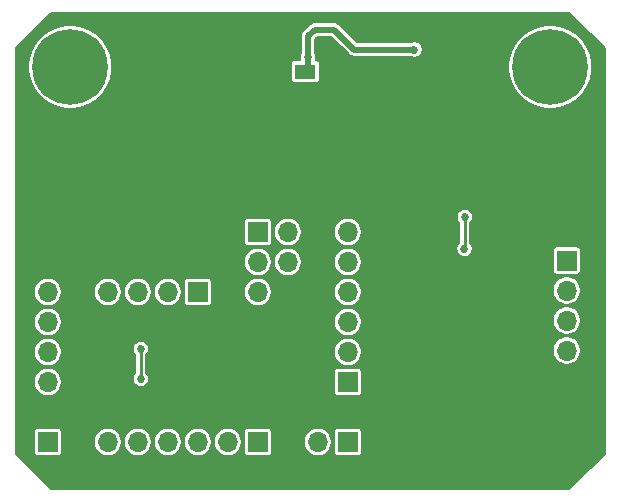
<source format=gbr>
%TF.GenerationSoftware,KiCad,Pcbnew,(5.1.12)-1*%
%TF.CreationDate,2022-08-18T02:06:39-04:00*%
%TF.ProjectId,MiniMicro,4d696e69-4d69-4637-926f-2e6b69636164,rev?*%
%TF.SameCoordinates,Original*%
%TF.FileFunction,Copper,L2,Bot*%
%TF.FilePolarity,Positive*%
%FSLAX46Y46*%
G04 Gerber Fmt 4.6, Leading zero omitted, Abs format (unit mm)*
G04 Created by KiCad (PCBNEW (5.1.12)-1) date 2022-08-18 02:06:39*
%MOMM*%
%LPD*%
G01*
G04 APERTURE LIST*
%TA.AperFunction,ComponentPad*%
%ADD10C,6.400000*%
%TD*%
%TA.AperFunction,ComponentPad*%
%ADD11O,1.700000X1.700000*%
%TD*%
%TA.AperFunction,ComponentPad*%
%ADD12R,1.700000X1.700000*%
%TD*%
%TA.AperFunction,ComponentPad*%
%ADD13C,0.500000*%
%TD*%
%TA.AperFunction,SMDPad,CuDef*%
%ADD14R,1.800000X1.250000*%
%TD*%
%TA.AperFunction,ViaPad*%
%ADD15C,0.685800*%
%TD*%
%TA.AperFunction,Conductor*%
%ADD16C,0.508000*%
%TD*%
%TA.AperFunction,Conductor*%
%ADD17C,0.254000*%
%TD*%
%TA.AperFunction,Conductor*%
%ADD18C,0.203200*%
%TD*%
%TA.AperFunction,Conductor*%
%ADD19C,0.100000*%
%TD*%
G04 APERTURE END LIST*
D10*
%TO.P,REF\u002A\u002A,1*%
%TO.N,N/C*%
X202565000Y-85090000D03*
%TD*%
%TO.P,REF\u002A\u002A,1*%
%TO.N,N/C*%
X243205000Y-85090000D03*
%TD*%
D11*
%TO.P,J7,6*%
%TO.N,/PA5*%
X200660000Y-104140000D03*
%TO.P,J7,5*%
%TO.N,/PA6*%
X200660000Y-106680000D03*
%TO.P,J7,4*%
%TO.N,/PA7*%
X200660000Y-109220000D03*
%TO.P,J7,3*%
%TO.N,+5V*%
X200660000Y-111760000D03*
%TO.P,J7,2*%
%TO.N,GND*%
X200660000Y-114300000D03*
D12*
%TO.P,J7,1*%
%TO.N,+3V3*%
X200660000Y-116840000D03*
%TD*%
%TO.P,J8,1*%
%TO.N,/SPI_SCK_5.0*%
X213360000Y-104140000D03*
D11*
%TO.P,J8,2*%
%TO.N,/SPI_MISO_5.0*%
X210820000Y-104140000D03*
%TO.P,J8,3*%
%TO.N,/SPI_MOSI_5.0*%
X208280000Y-104140000D03*
%TO.P,J8,4*%
%TO.N,/SPI_CS_SD_5.0n*%
X205740000Y-104140000D03*
%TD*%
%TO.P,J6,2*%
%TO.N,/I2C_SCL_5.0*%
X223520000Y-116840000D03*
D12*
%TO.P,J6,1*%
%TO.N,/I2C_SDA_5.0*%
X226060000Y-116840000D03*
%TD*%
D11*
%TO.P,J5,6*%
%TO.N,/PB7*%
X205740000Y-116840000D03*
%TO.P,J5,5*%
%TO.N,/PB6*%
X208280000Y-116840000D03*
%TO.P,J5,4*%
%TO.N,/PB5*%
X210820000Y-116840000D03*
%TO.P,J5,3*%
%TO.N,/PB4*%
X213360000Y-116840000D03*
%TO.P,J5,2*%
%TO.N,/PB3*%
X215900000Y-116840000D03*
D12*
%TO.P,J5,1*%
%TO.N,/PB2*%
X218440000Y-116840000D03*
%TD*%
D11*
%TO.P,J4,6*%
%TO.N,/PC5-ACCEL-INT1*%
X226060000Y-99060000D03*
%TO.P,J4,5*%
%TO.N,/PC4-GYRO-INT3*%
X226060000Y-101600000D03*
%TO.P,J4,4*%
%TO.N,/PC3-ALT-INT*%
X226060000Y-104140000D03*
%TO.P,J4,3*%
%TO.N,/PC2*%
X226060000Y-106680000D03*
%TO.P,J4,2*%
%TO.N,/PC1*%
X226060000Y-109220000D03*
D12*
%TO.P,J4,1*%
%TO.N,/PC0*%
X226060000Y-111760000D03*
%TD*%
D11*
%TO.P,J2,5*%
%TO.N,GND*%
X244602000Y-111633000D03*
%TO.P,J2,4*%
%TO.N,Net-(IC7-Pad3)*%
X244602000Y-109093000D03*
%TO.P,J2,3*%
%TO.N,Net-(IC7-Pad4)*%
X244602000Y-106553000D03*
%TO.P,J2,2*%
%TO.N,Net-(IC7-Pad5)*%
X244602000Y-104013000D03*
D12*
%TO.P,J2,1*%
%TO.N,Net-(IC7-Pad6)*%
X244602000Y-101473000D03*
%TD*%
D11*
%TO.P,J1,6*%
%TO.N,GND*%
X220980000Y-104140000D03*
%TO.P,J1,5*%
%TO.N,Net-(J1-Pad5)*%
X218440000Y-104140000D03*
%TO.P,J1,4*%
%TO.N,Net-(J1-Pad4)*%
X220980000Y-101600000D03*
%TO.P,J1,3*%
%TO.N,Net-(J1-Pad3)*%
X218440000Y-101600000D03*
%TO.P,J1,2*%
%TO.N,Net-(J1-Pad2)*%
X220980000Y-99060000D03*
D12*
%TO.P,J1,1*%
%TO.N,/UDPI*%
X218440000Y-99060000D03*
%TD*%
D13*
%TO.P,IC1,25*%
%TO.N,GND*%
X215662000Y-110855000D03*
X216662000Y-110855000D03*
X217662000Y-110855000D03*
X217662000Y-109855000D03*
X217662000Y-108855000D03*
X216662000Y-108855000D03*
X215662000Y-108855000D03*
X215662000Y-109855000D03*
X216662000Y-109855000D03*
%TD*%
D14*
%TO.P,C12,2*%
%TO.N,GND*%
X225074000Y-85471000D03*
%TO.P,C12,1*%
%TO.N,/SD-POWER*%
X222474000Y-85471000D03*
%TD*%
D15*
%TO.N,GND*%
X239903000Y-105918000D03*
X242824000Y-116840000D03*
X235458000Y-116840000D03*
X231267000Y-116840000D03*
X210947000Y-108077000D03*
X213868000Y-101981000D03*
X212471000Y-93345000D03*
X206629000Y-106426000D03*
X235712000Y-102235000D03*
X224877000Y-84114000D03*
X223139000Y-96647000D03*
X233782000Y-95225000D03*
X236957000Y-97765000D03*
X237109000Y-94488000D03*
X239522000Y-101854000D03*
X244729000Y-92837000D03*
X229177000Y-85021000D03*
X238506000Y-97790000D03*
X215827000Y-85036000D03*
%TO.N,/SD-POWER*%
X222677000Y-84247000D03*
X231691000Y-83609000D03*
%TO.N,/SPI_CS_SD_5.0n*%
X208534000Y-111506000D03*
X208534000Y-108966000D03*
%TO.N,/I2C_SCL_3.3*%
X235966000Y-97790000D03*
X235940000Y-100483000D03*
%TD*%
D16*
%TO.N,/SD-POWER*%
X231056000Y-83609000D02*
X231691000Y-83609000D01*
X222677000Y-82504000D02*
X223266000Y-81915000D01*
X222677000Y-84247000D02*
X222677000Y-82504000D01*
X222677000Y-85268000D02*
X222474000Y-85471000D01*
X222677000Y-84247000D02*
X222677000Y-85268000D01*
X223266000Y-81915000D02*
X224917000Y-81915000D01*
X226611000Y-83609000D02*
X231056000Y-83609000D01*
X224917000Y-81915000D02*
X226611000Y-83609000D01*
D17*
%TO.N,/SPI_CS_SD_5.0n*%
X208534000Y-111506000D02*
X208534000Y-108966000D01*
%TO.N,/I2C_SCL_3.3*%
X235966000Y-100457000D02*
X235940000Y-100483000D01*
X235966000Y-97790000D02*
X235966000Y-100457000D01*
%TD*%
D18*
%TO.N,GND*%
X247802400Y-83481084D02*
X247802400Y-117813916D01*
X244813916Y-120802400D01*
X200956084Y-120802400D01*
X197967600Y-117813916D01*
X197967600Y-115990000D01*
X199452680Y-115990000D01*
X199452680Y-117690000D01*
X199459546Y-117759710D01*
X199479879Y-117826740D01*
X199512899Y-117888516D01*
X199557337Y-117942663D01*
X199611484Y-117987101D01*
X199673260Y-118020121D01*
X199740290Y-118040454D01*
X199810000Y-118047320D01*
X201510000Y-118047320D01*
X201579710Y-118040454D01*
X201646740Y-118020121D01*
X201708516Y-117987101D01*
X201762663Y-117942663D01*
X201807101Y-117888516D01*
X201840121Y-117826740D01*
X201860454Y-117759710D01*
X201867320Y-117690000D01*
X201867320Y-116721259D01*
X204534400Y-116721259D01*
X204534400Y-116958741D01*
X204580731Y-117191660D01*
X204671611Y-117411066D01*
X204803550Y-117608525D01*
X204971475Y-117776450D01*
X205168934Y-117908389D01*
X205388340Y-117999269D01*
X205621259Y-118045600D01*
X205858741Y-118045600D01*
X206091660Y-117999269D01*
X206311066Y-117908389D01*
X206508525Y-117776450D01*
X206676450Y-117608525D01*
X206808389Y-117411066D01*
X206899269Y-117191660D01*
X206945600Y-116958741D01*
X206945600Y-116721259D01*
X207074400Y-116721259D01*
X207074400Y-116958741D01*
X207120731Y-117191660D01*
X207211611Y-117411066D01*
X207343550Y-117608525D01*
X207511475Y-117776450D01*
X207708934Y-117908389D01*
X207928340Y-117999269D01*
X208161259Y-118045600D01*
X208398741Y-118045600D01*
X208631660Y-117999269D01*
X208851066Y-117908389D01*
X209048525Y-117776450D01*
X209216450Y-117608525D01*
X209348389Y-117411066D01*
X209439269Y-117191660D01*
X209485600Y-116958741D01*
X209485600Y-116721259D01*
X209614400Y-116721259D01*
X209614400Y-116958741D01*
X209660731Y-117191660D01*
X209751611Y-117411066D01*
X209883550Y-117608525D01*
X210051475Y-117776450D01*
X210248934Y-117908389D01*
X210468340Y-117999269D01*
X210701259Y-118045600D01*
X210938741Y-118045600D01*
X211171660Y-117999269D01*
X211391066Y-117908389D01*
X211588525Y-117776450D01*
X211756450Y-117608525D01*
X211888389Y-117411066D01*
X211979269Y-117191660D01*
X212025600Y-116958741D01*
X212025600Y-116721259D01*
X212154400Y-116721259D01*
X212154400Y-116958741D01*
X212200731Y-117191660D01*
X212291611Y-117411066D01*
X212423550Y-117608525D01*
X212591475Y-117776450D01*
X212788934Y-117908389D01*
X213008340Y-117999269D01*
X213241259Y-118045600D01*
X213478741Y-118045600D01*
X213711660Y-117999269D01*
X213931066Y-117908389D01*
X214128525Y-117776450D01*
X214296450Y-117608525D01*
X214428389Y-117411066D01*
X214519269Y-117191660D01*
X214565600Y-116958741D01*
X214565600Y-116721259D01*
X214694400Y-116721259D01*
X214694400Y-116958741D01*
X214740731Y-117191660D01*
X214831611Y-117411066D01*
X214963550Y-117608525D01*
X215131475Y-117776450D01*
X215328934Y-117908389D01*
X215548340Y-117999269D01*
X215781259Y-118045600D01*
X216018741Y-118045600D01*
X216251660Y-117999269D01*
X216471066Y-117908389D01*
X216668525Y-117776450D01*
X216836450Y-117608525D01*
X216968389Y-117411066D01*
X217059269Y-117191660D01*
X217105600Y-116958741D01*
X217105600Y-116721259D01*
X217059269Y-116488340D01*
X216968389Y-116268934D01*
X216836450Y-116071475D01*
X216754975Y-115990000D01*
X217232680Y-115990000D01*
X217232680Y-117690000D01*
X217239546Y-117759710D01*
X217259879Y-117826740D01*
X217292899Y-117888516D01*
X217337337Y-117942663D01*
X217391484Y-117987101D01*
X217453260Y-118020121D01*
X217520290Y-118040454D01*
X217590000Y-118047320D01*
X219290000Y-118047320D01*
X219359710Y-118040454D01*
X219426740Y-118020121D01*
X219488516Y-117987101D01*
X219542663Y-117942663D01*
X219587101Y-117888516D01*
X219620121Y-117826740D01*
X219640454Y-117759710D01*
X219647320Y-117690000D01*
X219647320Y-116721259D01*
X222314400Y-116721259D01*
X222314400Y-116958741D01*
X222360731Y-117191660D01*
X222451611Y-117411066D01*
X222583550Y-117608525D01*
X222751475Y-117776450D01*
X222948934Y-117908389D01*
X223168340Y-117999269D01*
X223401259Y-118045600D01*
X223638741Y-118045600D01*
X223871660Y-117999269D01*
X224091066Y-117908389D01*
X224288525Y-117776450D01*
X224456450Y-117608525D01*
X224588389Y-117411066D01*
X224679269Y-117191660D01*
X224725600Y-116958741D01*
X224725600Y-116721259D01*
X224679269Y-116488340D01*
X224588389Y-116268934D01*
X224456450Y-116071475D01*
X224374975Y-115990000D01*
X224852680Y-115990000D01*
X224852680Y-117690000D01*
X224859546Y-117759710D01*
X224879879Y-117826740D01*
X224912899Y-117888516D01*
X224957337Y-117942663D01*
X225011484Y-117987101D01*
X225073260Y-118020121D01*
X225140290Y-118040454D01*
X225210000Y-118047320D01*
X226910000Y-118047320D01*
X226979710Y-118040454D01*
X227046740Y-118020121D01*
X227108516Y-117987101D01*
X227162663Y-117942663D01*
X227207101Y-117888516D01*
X227240121Y-117826740D01*
X227260454Y-117759710D01*
X227267320Y-117690000D01*
X227267320Y-115990000D01*
X227260454Y-115920290D01*
X227240121Y-115853260D01*
X227207101Y-115791484D01*
X227162663Y-115737337D01*
X227108516Y-115692899D01*
X227046740Y-115659879D01*
X226979710Y-115639546D01*
X226910000Y-115632680D01*
X225210000Y-115632680D01*
X225140290Y-115639546D01*
X225073260Y-115659879D01*
X225011484Y-115692899D01*
X224957337Y-115737337D01*
X224912899Y-115791484D01*
X224879879Y-115853260D01*
X224859546Y-115920290D01*
X224852680Y-115990000D01*
X224374975Y-115990000D01*
X224288525Y-115903550D01*
X224091066Y-115771611D01*
X223871660Y-115680731D01*
X223638741Y-115634400D01*
X223401259Y-115634400D01*
X223168340Y-115680731D01*
X222948934Y-115771611D01*
X222751475Y-115903550D01*
X222583550Y-116071475D01*
X222451611Y-116268934D01*
X222360731Y-116488340D01*
X222314400Y-116721259D01*
X219647320Y-116721259D01*
X219647320Y-115990000D01*
X219640454Y-115920290D01*
X219620121Y-115853260D01*
X219587101Y-115791484D01*
X219542663Y-115737337D01*
X219488516Y-115692899D01*
X219426740Y-115659879D01*
X219359710Y-115639546D01*
X219290000Y-115632680D01*
X217590000Y-115632680D01*
X217520290Y-115639546D01*
X217453260Y-115659879D01*
X217391484Y-115692899D01*
X217337337Y-115737337D01*
X217292899Y-115791484D01*
X217259879Y-115853260D01*
X217239546Y-115920290D01*
X217232680Y-115990000D01*
X216754975Y-115990000D01*
X216668525Y-115903550D01*
X216471066Y-115771611D01*
X216251660Y-115680731D01*
X216018741Y-115634400D01*
X215781259Y-115634400D01*
X215548340Y-115680731D01*
X215328934Y-115771611D01*
X215131475Y-115903550D01*
X214963550Y-116071475D01*
X214831611Y-116268934D01*
X214740731Y-116488340D01*
X214694400Y-116721259D01*
X214565600Y-116721259D01*
X214519269Y-116488340D01*
X214428389Y-116268934D01*
X214296450Y-116071475D01*
X214128525Y-115903550D01*
X213931066Y-115771611D01*
X213711660Y-115680731D01*
X213478741Y-115634400D01*
X213241259Y-115634400D01*
X213008340Y-115680731D01*
X212788934Y-115771611D01*
X212591475Y-115903550D01*
X212423550Y-116071475D01*
X212291611Y-116268934D01*
X212200731Y-116488340D01*
X212154400Y-116721259D01*
X212025600Y-116721259D01*
X211979269Y-116488340D01*
X211888389Y-116268934D01*
X211756450Y-116071475D01*
X211588525Y-115903550D01*
X211391066Y-115771611D01*
X211171660Y-115680731D01*
X210938741Y-115634400D01*
X210701259Y-115634400D01*
X210468340Y-115680731D01*
X210248934Y-115771611D01*
X210051475Y-115903550D01*
X209883550Y-116071475D01*
X209751611Y-116268934D01*
X209660731Y-116488340D01*
X209614400Y-116721259D01*
X209485600Y-116721259D01*
X209439269Y-116488340D01*
X209348389Y-116268934D01*
X209216450Y-116071475D01*
X209048525Y-115903550D01*
X208851066Y-115771611D01*
X208631660Y-115680731D01*
X208398741Y-115634400D01*
X208161259Y-115634400D01*
X207928340Y-115680731D01*
X207708934Y-115771611D01*
X207511475Y-115903550D01*
X207343550Y-116071475D01*
X207211611Y-116268934D01*
X207120731Y-116488340D01*
X207074400Y-116721259D01*
X206945600Y-116721259D01*
X206899269Y-116488340D01*
X206808389Y-116268934D01*
X206676450Y-116071475D01*
X206508525Y-115903550D01*
X206311066Y-115771611D01*
X206091660Y-115680731D01*
X205858741Y-115634400D01*
X205621259Y-115634400D01*
X205388340Y-115680731D01*
X205168934Y-115771611D01*
X204971475Y-115903550D01*
X204803550Y-116071475D01*
X204671611Y-116268934D01*
X204580731Y-116488340D01*
X204534400Y-116721259D01*
X201867320Y-116721259D01*
X201867320Y-115990000D01*
X201860454Y-115920290D01*
X201840121Y-115853260D01*
X201807101Y-115791484D01*
X201762663Y-115737337D01*
X201708516Y-115692899D01*
X201646740Y-115659879D01*
X201579710Y-115639546D01*
X201510000Y-115632680D01*
X199810000Y-115632680D01*
X199740290Y-115639546D01*
X199673260Y-115659879D01*
X199611484Y-115692899D01*
X199557337Y-115737337D01*
X199512899Y-115791484D01*
X199479879Y-115853260D01*
X199459546Y-115920290D01*
X199452680Y-115990000D01*
X197967600Y-115990000D01*
X197967600Y-111641259D01*
X199454400Y-111641259D01*
X199454400Y-111878741D01*
X199500731Y-112111660D01*
X199591611Y-112331066D01*
X199723550Y-112528525D01*
X199891475Y-112696450D01*
X200088934Y-112828389D01*
X200308340Y-112919269D01*
X200541259Y-112965600D01*
X200778741Y-112965600D01*
X201011660Y-112919269D01*
X201231066Y-112828389D01*
X201428525Y-112696450D01*
X201596450Y-112528525D01*
X201728389Y-112331066D01*
X201819269Y-112111660D01*
X201865600Y-111878741D01*
X201865600Y-111641259D01*
X201819269Y-111408340D01*
X201728389Y-111188934D01*
X201596450Y-110991475D01*
X201428525Y-110823550D01*
X201231066Y-110691611D01*
X201011660Y-110600731D01*
X200778741Y-110554400D01*
X200541259Y-110554400D01*
X200308340Y-110600731D01*
X200088934Y-110691611D01*
X199891475Y-110823550D01*
X199723550Y-110991475D01*
X199591611Y-111188934D01*
X199500731Y-111408340D01*
X199454400Y-111641259D01*
X197967600Y-111641259D01*
X197967600Y-109101259D01*
X199454400Y-109101259D01*
X199454400Y-109338741D01*
X199500731Y-109571660D01*
X199591611Y-109791066D01*
X199723550Y-109988525D01*
X199891475Y-110156450D01*
X200088934Y-110288389D01*
X200308340Y-110379269D01*
X200541259Y-110425600D01*
X200778741Y-110425600D01*
X201011660Y-110379269D01*
X201231066Y-110288389D01*
X201428525Y-110156450D01*
X201596450Y-109988525D01*
X201728389Y-109791066D01*
X201819269Y-109571660D01*
X201865600Y-109338741D01*
X201865600Y-109101259D01*
X201825011Y-108897204D01*
X207835500Y-108897204D01*
X207835500Y-109034796D01*
X207862343Y-109169745D01*
X207914997Y-109296864D01*
X207991439Y-109411268D01*
X208051401Y-109471230D01*
X208051400Y-111000771D01*
X207991439Y-111060732D01*
X207914997Y-111175136D01*
X207862343Y-111302255D01*
X207835500Y-111437204D01*
X207835500Y-111574796D01*
X207862343Y-111709745D01*
X207914997Y-111836864D01*
X207991439Y-111951268D01*
X208088732Y-112048561D01*
X208203136Y-112125003D01*
X208330255Y-112177657D01*
X208465204Y-112204500D01*
X208602796Y-112204500D01*
X208737745Y-112177657D01*
X208864864Y-112125003D01*
X208979268Y-112048561D01*
X209076561Y-111951268D01*
X209153003Y-111836864D01*
X209205657Y-111709745D01*
X209232500Y-111574796D01*
X209232500Y-111437204D01*
X209205657Y-111302255D01*
X209153003Y-111175136D01*
X209076561Y-111060732D01*
X209016600Y-111000771D01*
X209016600Y-110910000D01*
X224852680Y-110910000D01*
X224852680Y-112610000D01*
X224859546Y-112679710D01*
X224879879Y-112746740D01*
X224912899Y-112808516D01*
X224957337Y-112862663D01*
X225011484Y-112907101D01*
X225073260Y-112940121D01*
X225140290Y-112960454D01*
X225210000Y-112967320D01*
X226910000Y-112967320D01*
X226979710Y-112960454D01*
X227046740Y-112940121D01*
X227108516Y-112907101D01*
X227162663Y-112862663D01*
X227207101Y-112808516D01*
X227240121Y-112746740D01*
X227260454Y-112679710D01*
X227267320Y-112610000D01*
X227267320Y-110910000D01*
X227260454Y-110840290D01*
X227240121Y-110773260D01*
X227207101Y-110711484D01*
X227162663Y-110657337D01*
X227108516Y-110612899D01*
X227046740Y-110579879D01*
X226979710Y-110559546D01*
X226910000Y-110552680D01*
X225210000Y-110552680D01*
X225140290Y-110559546D01*
X225073260Y-110579879D01*
X225011484Y-110612899D01*
X224957337Y-110657337D01*
X224912899Y-110711484D01*
X224879879Y-110773260D01*
X224859546Y-110840290D01*
X224852680Y-110910000D01*
X209016600Y-110910000D01*
X209016600Y-109471229D01*
X209076561Y-109411268D01*
X209153003Y-109296864D01*
X209205657Y-109169745D01*
X209219279Y-109101259D01*
X224854400Y-109101259D01*
X224854400Y-109338741D01*
X224900731Y-109571660D01*
X224991611Y-109791066D01*
X225123550Y-109988525D01*
X225291475Y-110156450D01*
X225488934Y-110288389D01*
X225708340Y-110379269D01*
X225941259Y-110425600D01*
X226178741Y-110425600D01*
X226411660Y-110379269D01*
X226631066Y-110288389D01*
X226828525Y-110156450D01*
X226996450Y-109988525D01*
X227128389Y-109791066D01*
X227219269Y-109571660D01*
X227265600Y-109338741D01*
X227265600Y-109101259D01*
X227240338Y-108974259D01*
X243396400Y-108974259D01*
X243396400Y-109211741D01*
X243442731Y-109444660D01*
X243533611Y-109664066D01*
X243665550Y-109861525D01*
X243833475Y-110029450D01*
X244030934Y-110161389D01*
X244250340Y-110252269D01*
X244483259Y-110298600D01*
X244720741Y-110298600D01*
X244953660Y-110252269D01*
X245173066Y-110161389D01*
X245370525Y-110029450D01*
X245538450Y-109861525D01*
X245670389Y-109664066D01*
X245761269Y-109444660D01*
X245807600Y-109211741D01*
X245807600Y-108974259D01*
X245761269Y-108741340D01*
X245670389Y-108521934D01*
X245538450Y-108324475D01*
X245370525Y-108156550D01*
X245173066Y-108024611D01*
X244953660Y-107933731D01*
X244720741Y-107887400D01*
X244483259Y-107887400D01*
X244250340Y-107933731D01*
X244030934Y-108024611D01*
X243833475Y-108156550D01*
X243665550Y-108324475D01*
X243533611Y-108521934D01*
X243442731Y-108741340D01*
X243396400Y-108974259D01*
X227240338Y-108974259D01*
X227219269Y-108868340D01*
X227128389Y-108648934D01*
X226996450Y-108451475D01*
X226828525Y-108283550D01*
X226631066Y-108151611D01*
X226411660Y-108060731D01*
X226178741Y-108014400D01*
X225941259Y-108014400D01*
X225708340Y-108060731D01*
X225488934Y-108151611D01*
X225291475Y-108283550D01*
X225123550Y-108451475D01*
X224991611Y-108648934D01*
X224900731Y-108868340D01*
X224854400Y-109101259D01*
X209219279Y-109101259D01*
X209232500Y-109034796D01*
X209232500Y-108897204D01*
X209205657Y-108762255D01*
X209153003Y-108635136D01*
X209076561Y-108520732D01*
X208979268Y-108423439D01*
X208864864Y-108346997D01*
X208737745Y-108294343D01*
X208602796Y-108267500D01*
X208465204Y-108267500D01*
X208330255Y-108294343D01*
X208203136Y-108346997D01*
X208088732Y-108423439D01*
X207991439Y-108520732D01*
X207914997Y-108635136D01*
X207862343Y-108762255D01*
X207835500Y-108897204D01*
X201825011Y-108897204D01*
X201819269Y-108868340D01*
X201728389Y-108648934D01*
X201596450Y-108451475D01*
X201428525Y-108283550D01*
X201231066Y-108151611D01*
X201011660Y-108060731D01*
X200778741Y-108014400D01*
X200541259Y-108014400D01*
X200308340Y-108060731D01*
X200088934Y-108151611D01*
X199891475Y-108283550D01*
X199723550Y-108451475D01*
X199591611Y-108648934D01*
X199500731Y-108868340D01*
X199454400Y-109101259D01*
X197967600Y-109101259D01*
X197967600Y-106561259D01*
X199454400Y-106561259D01*
X199454400Y-106798741D01*
X199500731Y-107031660D01*
X199591611Y-107251066D01*
X199723550Y-107448525D01*
X199891475Y-107616450D01*
X200088934Y-107748389D01*
X200308340Y-107839269D01*
X200541259Y-107885600D01*
X200778741Y-107885600D01*
X201011660Y-107839269D01*
X201231066Y-107748389D01*
X201428525Y-107616450D01*
X201596450Y-107448525D01*
X201728389Y-107251066D01*
X201819269Y-107031660D01*
X201865600Y-106798741D01*
X201865600Y-106561259D01*
X224854400Y-106561259D01*
X224854400Y-106798741D01*
X224900731Y-107031660D01*
X224991611Y-107251066D01*
X225123550Y-107448525D01*
X225291475Y-107616450D01*
X225488934Y-107748389D01*
X225708340Y-107839269D01*
X225941259Y-107885600D01*
X226178741Y-107885600D01*
X226411660Y-107839269D01*
X226631066Y-107748389D01*
X226828525Y-107616450D01*
X226996450Y-107448525D01*
X227128389Y-107251066D01*
X227219269Y-107031660D01*
X227265600Y-106798741D01*
X227265600Y-106561259D01*
X227240338Y-106434259D01*
X243396400Y-106434259D01*
X243396400Y-106671741D01*
X243442731Y-106904660D01*
X243533611Y-107124066D01*
X243665550Y-107321525D01*
X243833475Y-107489450D01*
X244030934Y-107621389D01*
X244250340Y-107712269D01*
X244483259Y-107758600D01*
X244720741Y-107758600D01*
X244953660Y-107712269D01*
X245173066Y-107621389D01*
X245370525Y-107489450D01*
X245538450Y-107321525D01*
X245670389Y-107124066D01*
X245761269Y-106904660D01*
X245807600Y-106671741D01*
X245807600Y-106434259D01*
X245761269Y-106201340D01*
X245670389Y-105981934D01*
X245538450Y-105784475D01*
X245370525Y-105616550D01*
X245173066Y-105484611D01*
X244953660Y-105393731D01*
X244720741Y-105347400D01*
X244483259Y-105347400D01*
X244250340Y-105393731D01*
X244030934Y-105484611D01*
X243833475Y-105616550D01*
X243665550Y-105784475D01*
X243533611Y-105981934D01*
X243442731Y-106201340D01*
X243396400Y-106434259D01*
X227240338Y-106434259D01*
X227219269Y-106328340D01*
X227128389Y-106108934D01*
X226996450Y-105911475D01*
X226828525Y-105743550D01*
X226631066Y-105611611D01*
X226411660Y-105520731D01*
X226178741Y-105474400D01*
X225941259Y-105474400D01*
X225708340Y-105520731D01*
X225488934Y-105611611D01*
X225291475Y-105743550D01*
X225123550Y-105911475D01*
X224991611Y-106108934D01*
X224900731Y-106328340D01*
X224854400Y-106561259D01*
X201865600Y-106561259D01*
X201819269Y-106328340D01*
X201728389Y-106108934D01*
X201596450Y-105911475D01*
X201428525Y-105743550D01*
X201231066Y-105611611D01*
X201011660Y-105520731D01*
X200778741Y-105474400D01*
X200541259Y-105474400D01*
X200308340Y-105520731D01*
X200088934Y-105611611D01*
X199891475Y-105743550D01*
X199723550Y-105911475D01*
X199591611Y-106108934D01*
X199500731Y-106328340D01*
X199454400Y-106561259D01*
X197967600Y-106561259D01*
X197967600Y-104021259D01*
X199454400Y-104021259D01*
X199454400Y-104258741D01*
X199500731Y-104491660D01*
X199591611Y-104711066D01*
X199723550Y-104908525D01*
X199891475Y-105076450D01*
X200088934Y-105208389D01*
X200308340Y-105299269D01*
X200541259Y-105345600D01*
X200778741Y-105345600D01*
X201011660Y-105299269D01*
X201231066Y-105208389D01*
X201428525Y-105076450D01*
X201596450Y-104908525D01*
X201728389Y-104711066D01*
X201819269Y-104491660D01*
X201865600Y-104258741D01*
X201865600Y-104021259D01*
X204534400Y-104021259D01*
X204534400Y-104258741D01*
X204580731Y-104491660D01*
X204671611Y-104711066D01*
X204803550Y-104908525D01*
X204971475Y-105076450D01*
X205168934Y-105208389D01*
X205388340Y-105299269D01*
X205621259Y-105345600D01*
X205858741Y-105345600D01*
X206091660Y-105299269D01*
X206311066Y-105208389D01*
X206508525Y-105076450D01*
X206676450Y-104908525D01*
X206808389Y-104711066D01*
X206899269Y-104491660D01*
X206945600Y-104258741D01*
X206945600Y-104021259D01*
X207074400Y-104021259D01*
X207074400Y-104258741D01*
X207120731Y-104491660D01*
X207211611Y-104711066D01*
X207343550Y-104908525D01*
X207511475Y-105076450D01*
X207708934Y-105208389D01*
X207928340Y-105299269D01*
X208161259Y-105345600D01*
X208398741Y-105345600D01*
X208631660Y-105299269D01*
X208851066Y-105208389D01*
X209048525Y-105076450D01*
X209216450Y-104908525D01*
X209348389Y-104711066D01*
X209439269Y-104491660D01*
X209485600Y-104258741D01*
X209485600Y-104021259D01*
X209614400Y-104021259D01*
X209614400Y-104258741D01*
X209660731Y-104491660D01*
X209751611Y-104711066D01*
X209883550Y-104908525D01*
X210051475Y-105076450D01*
X210248934Y-105208389D01*
X210468340Y-105299269D01*
X210701259Y-105345600D01*
X210938741Y-105345600D01*
X211171660Y-105299269D01*
X211391066Y-105208389D01*
X211588525Y-105076450D01*
X211756450Y-104908525D01*
X211888389Y-104711066D01*
X211979269Y-104491660D01*
X212025600Y-104258741D01*
X212025600Y-104021259D01*
X211979269Y-103788340D01*
X211888389Y-103568934D01*
X211756450Y-103371475D01*
X211674975Y-103290000D01*
X212152680Y-103290000D01*
X212152680Y-104990000D01*
X212159546Y-105059710D01*
X212179879Y-105126740D01*
X212212899Y-105188516D01*
X212257337Y-105242663D01*
X212311484Y-105287101D01*
X212373260Y-105320121D01*
X212440290Y-105340454D01*
X212510000Y-105347320D01*
X214210000Y-105347320D01*
X214279710Y-105340454D01*
X214346740Y-105320121D01*
X214408516Y-105287101D01*
X214462663Y-105242663D01*
X214507101Y-105188516D01*
X214540121Y-105126740D01*
X214560454Y-105059710D01*
X214567320Y-104990000D01*
X214567320Y-104021259D01*
X217234400Y-104021259D01*
X217234400Y-104258741D01*
X217280731Y-104491660D01*
X217371611Y-104711066D01*
X217503550Y-104908525D01*
X217671475Y-105076450D01*
X217868934Y-105208389D01*
X218088340Y-105299269D01*
X218321259Y-105345600D01*
X218558741Y-105345600D01*
X218791660Y-105299269D01*
X219011066Y-105208389D01*
X219208525Y-105076450D01*
X219376450Y-104908525D01*
X219508389Y-104711066D01*
X219599269Y-104491660D01*
X219645600Y-104258741D01*
X219645600Y-104021259D01*
X224854400Y-104021259D01*
X224854400Y-104258741D01*
X224900731Y-104491660D01*
X224991611Y-104711066D01*
X225123550Y-104908525D01*
X225291475Y-105076450D01*
X225488934Y-105208389D01*
X225708340Y-105299269D01*
X225941259Y-105345600D01*
X226178741Y-105345600D01*
X226411660Y-105299269D01*
X226631066Y-105208389D01*
X226828525Y-105076450D01*
X226996450Y-104908525D01*
X227128389Y-104711066D01*
X227219269Y-104491660D01*
X227265600Y-104258741D01*
X227265600Y-104021259D01*
X227240338Y-103894259D01*
X243396400Y-103894259D01*
X243396400Y-104131741D01*
X243442731Y-104364660D01*
X243533611Y-104584066D01*
X243665550Y-104781525D01*
X243833475Y-104949450D01*
X244030934Y-105081389D01*
X244250340Y-105172269D01*
X244483259Y-105218600D01*
X244720741Y-105218600D01*
X244953660Y-105172269D01*
X245173066Y-105081389D01*
X245370525Y-104949450D01*
X245538450Y-104781525D01*
X245670389Y-104584066D01*
X245761269Y-104364660D01*
X245807600Y-104131741D01*
X245807600Y-103894259D01*
X245761269Y-103661340D01*
X245670389Y-103441934D01*
X245538450Y-103244475D01*
X245370525Y-103076550D01*
X245173066Y-102944611D01*
X244953660Y-102853731D01*
X244720741Y-102807400D01*
X244483259Y-102807400D01*
X244250340Y-102853731D01*
X244030934Y-102944611D01*
X243833475Y-103076550D01*
X243665550Y-103244475D01*
X243533611Y-103441934D01*
X243442731Y-103661340D01*
X243396400Y-103894259D01*
X227240338Y-103894259D01*
X227219269Y-103788340D01*
X227128389Y-103568934D01*
X226996450Y-103371475D01*
X226828525Y-103203550D01*
X226631066Y-103071611D01*
X226411660Y-102980731D01*
X226178741Y-102934400D01*
X225941259Y-102934400D01*
X225708340Y-102980731D01*
X225488934Y-103071611D01*
X225291475Y-103203550D01*
X225123550Y-103371475D01*
X224991611Y-103568934D01*
X224900731Y-103788340D01*
X224854400Y-104021259D01*
X219645600Y-104021259D01*
X219599269Y-103788340D01*
X219508389Y-103568934D01*
X219376450Y-103371475D01*
X219208525Y-103203550D01*
X219011066Y-103071611D01*
X218791660Y-102980731D01*
X218558741Y-102934400D01*
X218321259Y-102934400D01*
X218088340Y-102980731D01*
X217868934Y-103071611D01*
X217671475Y-103203550D01*
X217503550Y-103371475D01*
X217371611Y-103568934D01*
X217280731Y-103788340D01*
X217234400Y-104021259D01*
X214567320Y-104021259D01*
X214567320Y-103290000D01*
X214560454Y-103220290D01*
X214540121Y-103153260D01*
X214507101Y-103091484D01*
X214462663Y-103037337D01*
X214408516Y-102992899D01*
X214346740Y-102959879D01*
X214279710Y-102939546D01*
X214210000Y-102932680D01*
X212510000Y-102932680D01*
X212440290Y-102939546D01*
X212373260Y-102959879D01*
X212311484Y-102992899D01*
X212257337Y-103037337D01*
X212212899Y-103091484D01*
X212179879Y-103153260D01*
X212159546Y-103220290D01*
X212152680Y-103290000D01*
X211674975Y-103290000D01*
X211588525Y-103203550D01*
X211391066Y-103071611D01*
X211171660Y-102980731D01*
X210938741Y-102934400D01*
X210701259Y-102934400D01*
X210468340Y-102980731D01*
X210248934Y-103071611D01*
X210051475Y-103203550D01*
X209883550Y-103371475D01*
X209751611Y-103568934D01*
X209660731Y-103788340D01*
X209614400Y-104021259D01*
X209485600Y-104021259D01*
X209439269Y-103788340D01*
X209348389Y-103568934D01*
X209216450Y-103371475D01*
X209048525Y-103203550D01*
X208851066Y-103071611D01*
X208631660Y-102980731D01*
X208398741Y-102934400D01*
X208161259Y-102934400D01*
X207928340Y-102980731D01*
X207708934Y-103071611D01*
X207511475Y-103203550D01*
X207343550Y-103371475D01*
X207211611Y-103568934D01*
X207120731Y-103788340D01*
X207074400Y-104021259D01*
X206945600Y-104021259D01*
X206899269Y-103788340D01*
X206808389Y-103568934D01*
X206676450Y-103371475D01*
X206508525Y-103203550D01*
X206311066Y-103071611D01*
X206091660Y-102980731D01*
X205858741Y-102934400D01*
X205621259Y-102934400D01*
X205388340Y-102980731D01*
X205168934Y-103071611D01*
X204971475Y-103203550D01*
X204803550Y-103371475D01*
X204671611Y-103568934D01*
X204580731Y-103788340D01*
X204534400Y-104021259D01*
X201865600Y-104021259D01*
X201819269Y-103788340D01*
X201728389Y-103568934D01*
X201596450Y-103371475D01*
X201428525Y-103203550D01*
X201231066Y-103071611D01*
X201011660Y-102980731D01*
X200778741Y-102934400D01*
X200541259Y-102934400D01*
X200308340Y-102980731D01*
X200088934Y-103071611D01*
X199891475Y-103203550D01*
X199723550Y-103371475D01*
X199591611Y-103568934D01*
X199500731Y-103788340D01*
X199454400Y-104021259D01*
X197967600Y-104021259D01*
X197967600Y-101481259D01*
X217234400Y-101481259D01*
X217234400Y-101718741D01*
X217280731Y-101951660D01*
X217371611Y-102171066D01*
X217503550Y-102368525D01*
X217671475Y-102536450D01*
X217868934Y-102668389D01*
X218088340Y-102759269D01*
X218321259Y-102805600D01*
X218558741Y-102805600D01*
X218791660Y-102759269D01*
X219011066Y-102668389D01*
X219208525Y-102536450D01*
X219376450Y-102368525D01*
X219508389Y-102171066D01*
X219599269Y-101951660D01*
X219645600Y-101718741D01*
X219645600Y-101481259D01*
X219774400Y-101481259D01*
X219774400Y-101718741D01*
X219820731Y-101951660D01*
X219911611Y-102171066D01*
X220043550Y-102368525D01*
X220211475Y-102536450D01*
X220408934Y-102668389D01*
X220628340Y-102759269D01*
X220861259Y-102805600D01*
X221098741Y-102805600D01*
X221331660Y-102759269D01*
X221551066Y-102668389D01*
X221748525Y-102536450D01*
X221916450Y-102368525D01*
X222048389Y-102171066D01*
X222139269Y-101951660D01*
X222185600Y-101718741D01*
X222185600Y-101481259D01*
X224854400Y-101481259D01*
X224854400Y-101718741D01*
X224900731Y-101951660D01*
X224991611Y-102171066D01*
X225123550Y-102368525D01*
X225291475Y-102536450D01*
X225488934Y-102668389D01*
X225708340Y-102759269D01*
X225941259Y-102805600D01*
X226178741Y-102805600D01*
X226411660Y-102759269D01*
X226631066Y-102668389D01*
X226828525Y-102536450D01*
X226996450Y-102368525D01*
X227128389Y-102171066D01*
X227219269Y-101951660D01*
X227265600Y-101718741D01*
X227265600Y-101481259D01*
X227219269Y-101248340D01*
X227128389Y-101028934D01*
X226996450Y-100831475D01*
X226828525Y-100663550D01*
X226631066Y-100531611D01*
X226411660Y-100440731D01*
X226278302Y-100414204D01*
X235241500Y-100414204D01*
X235241500Y-100551796D01*
X235268343Y-100686745D01*
X235320997Y-100813864D01*
X235397439Y-100928268D01*
X235494732Y-101025561D01*
X235609136Y-101102003D01*
X235736255Y-101154657D01*
X235871204Y-101181500D01*
X236008796Y-101181500D01*
X236143745Y-101154657D01*
X236270864Y-101102003D01*
X236385268Y-101025561D01*
X236482561Y-100928268D01*
X236559003Y-100813864D01*
X236611657Y-100686745D01*
X236624336Y-100623000D01*
X243394680Y-100623000D01*
X243394680Y-102323000D01*
X243401546Y-102392710D01*
X243421879Y-102459740D01*
X243454899Y-102521516D01*
X243499337Y-102575663D01*
X243553484Y-102620101D01*
X243615260Y-102653121D01*
X243682290Y-102673454D01*
X243752000Y-102680320D01*
X245452000Y-102680320D01*
X245521710Y-102673454D01*
X245588740Y-102653121D01*
X245650516Y-102620101D01*
X245704663Y-102575663D01*
X245749101Y-102521516D01*
X245782121Y-102459740D01*
X245802454Y-102392710D01*
X245809320Y-102323000D01*
X245809320Y-100623000D01*
X245802454Y-100553290D01*
X245782121Y-100486260D01*
X245749101Y-100424484D01*
X245704663Y-100370337D01*
X245650516Y-100325899D01*
X245588740Y-100292879D01*
X245521710Y-100272546D01*
X245452000Y-100265680D01*
X243752000Y-100265680D01*
X243682290Y-100272546D01*
X243615260Y-100292879D01*
X243553484Y-100325899D01*
X243499337Y-100370337D01*
X243454899Y-100424484D01*
X243421879Y-100486260D01*
X243401546Y-100553290D01*
X243394680Y-100623000D01*
X236624336Y-100623000D01*
X236638500Y-100551796D01*
X236638500Y-100414204D01*
X236611657Y-100279255D01*
X236559003Y-100152136D01*
X236482561Y-100037732D01*
X236448600Y-100003771D01*
X236448600Y-98295229D01*
X236508561Y-98235268D01*
X236585003Y-98120864D01*
X236637657Y-97993745D01*
X236664500Y-97858796D01*
X236664500Y-97721204D01*
X236637657Y-97586255D01*
X236585003Y-97459136D01*
X236508561Y-97344732D01*
X236411268Y-97247439D01*
X236296864Y-97170997D01*
X236169745Y-97118343D01*
X236034796Y-97091500D01*
X235897204Y-97091500D01*
X235762255Y-97118343D01*
X235635136Y-97170997D01*
X235520732Y-97247439D01*
X235423439Y-97344732D01*
X235346997Y-97459136D01*
X235294343Y-97586255D01*
X235267500Y-97721204D01*
X235267500Y-97858796D01*
X235294343Y-97993745D01*
X235346997Y-98120864D01*
X235423439Y-98235268D01*
X235483400Y-98295229D01*
X235483401Y-99951770D01*
X235397439Y-100037732D01*
X235320997Y-100152136D01*
X235268343Y-100279255D01*
X235241500Y-100414204D01*
X226278302Y-100414204D01*
X226178741Y-100394400D01*
X225941259Y-100394400D01*
X225708340Y-100440731D01*
X225488934Y-100531611D01*
X225291475Y-100663550D01*
X225123550Y-100831475D01*
X224991611Y-101028934D01*
X224900731Y-101248340D01*
X224854400Y-101481259D01*
X222185600Y-101481259D01*
X222139269Y-101248340D01*
X222048389Y-101028934D01*
X221916450Y-100831475D01*
X221748525Y-100663550D01*
X221551066Y-100531611D01*
X221331660Y-100440731D01*
X221098741Y-100394400D01*
X220861259Y-100394400D01*
X220628340Y-100440731D01*
X220408934Y-100531611D01*
X220211475Y-100663550D01*
X220043550Y-100831475D01*
X219911611Y-101028934D01*
X219820731Y-101248340D01*
X219774400Y-101481259D01*
X219645600Y-101481259D01*
X219599269Y-101248340D01*
X219508389Y-101028934D01*
X219376450Y-100831475D01*
X219208525Y-100663550D01*
X219011066Y-100531611D01*
X218791660Y-100440731D01*
X218558741Y-100394400D01*
X218321259Y-100394400D01*
X218088340Y-100440731D01*
X217868934Y-100531611D01*
X217671475Y-100663550D01*
X217503550Y-100831475D01*
X217371611Y-101028934D01*
X217280731Y-101248340D01*
X217234400Y-101481259D01*
X197967600Y-101481259D01*
X197967600Y-98210000D01*
X217232680Y-98210000D01*
X217232680Y-99910000D01*
X217239546Y-99979710D01*
X217259879Y-100046740D01*
X217292899Y-100108516D01*
X217337337Y-100162663D01*
X217391484Y-100207101D01*
X217453260Y-100240121D01*
X217520290Y-100260454D01*
X217590000Y-100267320D01*
X219290000Y-100267320D01*
X219359710Y-100260454D01*
X219426740Y-100240121D01*
X219488516Y-100207101D01*
X219542663Y-100162663D01*
X219587101Y-100108516D01*
X219620121Y-100046740D01*
X219640454Y-99979710D01*
X219647320Y-99910000D01*
X219647320Y-98941259D01*
X219774400Y-98941259D01*
X219774400Y-99178741D01*
X219820731Y-99411660D01*
X219911611Y-99631066D01*
X220043550Y-99828525D01*
X220211475Y-99996450D01*
X220408934Y-100128389D01*
X220628340Y-100219269D01*
X220861259Y-100265600D01*
X221098741Y-100265600D01*
X221331660Y-100219269D01*
X221551066Y-100128389D01*
X221748525Y-99996450D01*
X221916450Y-99828525D01*
X222048389Y-99631066D01*
X222139269Y-99411660D01*
X222185600Y-99178741D01*
X222185600Y-98941259D01*
X224854400Y-98941259D01*
X224854400Y-99178741D01*
X224900731Y-99411660D01*
X224991611Y-99631066D01*
X225123550Y-99828525D01*
X225291475Y-99996450D01*
X225488934Y-100128389D01*
X225708340Y-100219269D01*
X225941259Y-100265600D01*
X226178741Y-100265600D01*
X226411660Y-100219269D01*
X226631066Y-100128389D01*
X226828525Y-99996450D01*
X226996450Y-99828525D01*
X227128389Y-99631066D01*
X227219269Y-99411660D01*
X227265600Y-99178741D01*
X227265600Y-98941259D01*
X227219269Y-98708340D01*
X227128389Y-98488934D01*
X226996450Y-98291475D01*
X226828525Y-98123550D01*
X226631066Y-97991611D01*
X226411660Y-97900731D01*
X226178741Y-97854400D01*
X225941259Y-97854400D01*
X225708340Y-97900731D01*
X225488934Y-97991611D01*
X225291475Y-98123550D01*
X225123550Y-98291475D01*
X224991611Y-98488934D01*
X224900731Y-98708340D01*
X224854400Y-98941259D01*
X222185600Y-98941259D01*
X222139269Y-98708340D01*
X222048389Y-98488934D01*
X221916450Y-98291475D01*
X221748525Y-98123550D01*
X221551066Y-97991611D01*
X221331660Y-97900731D01*
X221098741Y-97854400D01*
X220861259Y-97854400D01*
X220628340Y-97900731D01*
X220408934Y-97991611D01*
X220211475Y-98123550D01*
X220043550Y-98291475D01*
X219911611Y-98488934D01*
X219820731Y-98708340D01*
X219774400Y-98941259D01*
X219647320Y-98941259D01*
X219647320Y-98210000D01*
X219640454Y-98140290D01*
X219620121Y-98073260D01*
X219587101Y-98011484D01*
X219542663Y-97957337D01*
X219488516Y-97912899D01*
X219426740Y-97879879D01*
X219359710Y-97859546D01*
X219290000Y-97852680D01*
X217590000Y-97852680D01*
X217520290Y-97859546D01*
X217453260Y-97879879D01*
X217391484Y-97912899D01*
X217337337Y-97957337D01*
X217292899Y-98011484D01*
X217259879Y-98073260D01*
X217239546Y-98140290D01*
X217232680Y-98210000D01*
X197967600Y-98210000D01*
X197967600Y-84739804D01*
X199009400Y-84739804D01*
X199009400Y-85440196D01*
X199146040Y-86127130D01*
X199414068Y-86774208D01*
X199803185Y-87356563D01*
X200298437Y-87851815D01*
X200880792Y-88240932D01*
X201527870Y-88508960D01*
X202214804Y-88645600D01*
X202915196Y-88645600D01*
X203602130Y-88508960D01*
X204249208Y-88240932D01*
X204831563Y-87851815D01*
X205326815Y-87356563D01*
X205715932Y-86774208D01*
X205983960Y-86127130D01*
X206120600Y-85440196D01*
X206120600Y-84846000D01*
X221216680Y-84846000D01*
X221216680Y-86096000D01*
X221223546Y-86165710D01*
X221243879Y-86232740D01*
X221276899Y-86294516D01*
X221321337Y-86348663D01*
X221375484Y-86393101D01*
X221437260Y-86426121D01*
X221504290Y-86446454D01*
X221574000Y-86453320D01*
X223374000Y-86453320D01*
X223443710Y-86446454D01*
X223510740Y-86426121D01*
X223572516Y-86393101D01*
X223626663Y-86348663D01*
X223671101Y-86294516D01*
X223704121Y-86232740D01*
X223724454Y-86165710D01*
X223731320Y-86096000D01*
X223731320Y-84846000D01*
X223724454Y-84776290D01*
X223713387Y-84739804D01*
X239649400Y-84739804D01*
X239649400Y-85440196D01*
X239786040Y-86127130D01*
X240054068Y-86774208D01*
X240443185Y-87356563D01*
X240938437Y-87851815D01*
X241520792Y-88240932D01*
X242167870Y-88508960D01*
X242854804Y-88645600D01*
X243555196Y-88645600D01*
X244242130Y-88508960D01*
X244889208Y-88240932D01*
X245471563Y-87851815D01*
X245966815Y-87356563D01*
X246355932Y-86774208D01*
X246623960Y-86127130D01*
X246760600Y-85440196D01*
X246760600Y-84739804D01*
X246623960Y-84052870D01*
X246355932Y-83405792D01*
X245966815Y-82823437D01*
X245471563Y-82328185D01*
X244889208Y-81939068D01*
X244242130Y-81671040D01*
X243555196Y-81534400D01*
X242854804Y-81534400D01*
X242167870Y-81671040D01*
X241520792Y-81939068D01*
X240938437Y-82328185D01*
X240443185Y-82823437D01*
X240054068Y-83405792D01*
X239786040Y-84052870D01*
X239649400Y-84739804D01*
X223713387Y-84739804D01*
X223704121Y-84709260D01*
X223671101Y-84647484D01*
X223626663Y-84593337D01*
X223572516Y-84548899D01*
X223510740Y-84515879D01*
X223443710Y-84495546D01*
X223374000Y-84488680D01*
X223332944Y-84488680D01*
X223348657Y-84450745D01*
X223375500Y-84315796D01*
X223375500Y-84178204D01*
X223348657Y-84043255D01*
X223296003Y-83916136D01*
X223286600Y-83902063D01*
X223286600Y-82756503D01*
X223518504Y-82524600D01*
X224664497Y-82524600D01*
X226158769Y-84018873D01*
X226177862Y-84042138D01*
X226270686Y-84118316D01*
X226319982Y-84144665D01*
X226376587Y-84174921D01*
X226491497Y-84209779D01*
X226611000Y-84221549D01*
X226640941Y-84218600D01*
X231346063Y-84218600D01*
X231360136Y-84228003D01*
X231487255Y-84280657D01*
X231622204Y-84307500D01*
X231759796Y-84307500D01*
X231894745Y-84280657D01*
X232021864Y-84228003D01*
X232136268Y-84151561D01*
X232233561Y-84054268D01*
X232310003Y-83939864D01*
X232362657Y-83812745D01*
X232389500Y-83677796D01*
X232389500Y-83540204D01*
X232362657Y-83405255D01*
X232310003Y-83278136D01*
X232233561Y-83163732D01*
X232136268Y-83066439D01*
X232021864Y-82989997D01*
X231894745Y-82937343D01*
X231759796Y-82910500D01*
X231622204Y-82910500D01*
X231487255Y-82937343D01*
X231360136Y-82989997D01*
X231346063Y-82999400D01*
X226863504Y-82999400D01*
X225369235Y-81505132D01*
X225350138Y-81481862D01*
X225257314Y-81405684D01*
X225151412Y-81349079D01*
X225036502Y-81314221D01*
X224946941Y-81305400D01*
X224917000Y-81302451D01*
X224887059Y-81305400D01*
X223295941Y-81305400D01*
X223266000Y-81302451D01*
X223146497Y-81314221D01*
X223031587Y-81349079D01*
X222974982Y-81379335D01*
X222925686Y-81405684D01*
X222832862Y-81481862D01*
X222813769Y-81505127D01*
X222267127Y-82051770D01*
X222243863Y-82070862D01*
X222167685Y-82163686D01*
X222111080Y-82269588D01*
X222076221Y-82384498D01*
X222064451Y-82504000D01*
X222067401Y-82533951D01*
X222067400Y-83902063D01*
X222057997Y-83916136D01*
X222005343Y-84043255D01*
X221978500Y-84178204D01*
X221978500Y-84315796D01*
X222005343Y-84450745D01*
X222021056Y-84488680D01*
X221574000Y-84488680D01*
X221504290Y-84495546D01*
X221437260Y-84515879D01*
X221375484Y-84548899D01*
X221321337Y-84593337D01*
X221276899Y-84647484D01*
X221243879Y-84709260D01*
X221223546Y-84776290D01*
X221216680Y-84846000D01*
X206120600Y-84846000D01*
X206120600Y-84739804D01*
X205983960Y-84052870D01*
X205715932Y-83405792D01*
X205326815Y-82823437D01*
X204831563Y-82328185D01*
X204249208Y-81939068D01*
X203602130Y-81671040D01*
X202915196Y-81534400D01*
X202214804Y-81534400D01*
X201527870Y-81671040D01*
X200880792Y-81939068D01*
X200298437Y-82328185D01*
X199803185Y-82823437D01*
X199414068Y-83405792D01*
X199146040Y-84052870D01*
X199009400Y-84739804D01*
X197967600Y-84739804D01*
X197967600Y-83481084D01*
X200956084Y-80492600D01*
X244813916Y-80492600D01*
X247802400Y-83481084D01*
%TA.AperFunction,Conductor*%
D19*
G36*
X247802400Y-83481084D02*
G01*
X247802400Y-117813916D01*
X244813916Y-120802400D01*
X200956084Y-120802400D01*
X197967600Y-117813916D01*
X197967600Y-115990000D01*
X199452680Y-115990000D01*
X199452680Y-117690000D01*
X199459546Y-117759710D01*
X199479879Y-117826740D01*
X199512899Y-117888516D01*
X199557337Y-117942663D01*
X199611484Y-117987101D01*
X199673260Y-118020121D01*
X199740290Y-118040454D01*
X199810000Y-118047320D01*
X201510000Y-118047320D01*
X201579710Y-118040454D01*
X201646740Y-118020121D01*
X201708516Y-117987101D01*
X201762663Y-117942663D01*
X201807101Y-117888516D01*
X201840121Y-117826740D01*
X201860454Y-117759710D01*
X201867320Y-117690000D01*
X201867320Y-116721259D01*
X204534400Y-116721259D01*
X204534400Y-116958741D01*
X204580731Y-117191660D01*
X204671611Y-117411066D01*
X204803550Y-117608525D01*
X204971475Y-117776450D01*
X205168934Y-117908389D01*
X205388340Y-117999269D01*
X205621259Y-118045600D01*
X205858741Y-118045600D01*
X206091660Y-117999269D01*
X206311066Y-117908389D01*
X206508525Y-117776450D01*
X206676450Y-117608525D01*
X206808389Y-117411066D01*
X206899269Y-117191660D01*
X206945600Y-116958741D01*
X206945600Y-116721259D01*
X207074400Y-116721259D01*
X207074400Y-116958741D01*
X207120731Y-117191660D01*
X207211611Y-117411066D01*
X207343550Y-117608525D01*
X207511475Y-117776450D01*
X207708934Y-117908389D01*
X207928340Y-117999269D01*
X208161259Y-118045600D01*
X208398741Y-118045600D01*
X208631660Y-117999269D01*
X208851066Y-117908389D01*
X209048525Y-117776450D01*
X209216450Y-117608525D01*
X209348389Y-117411066D01*
X209439269Y-117191660D01*
X209485600Y-116958741D01*
X209485600Y-116721259D01*
X209614400Y-116721259D01*
X209614400Y-116958741D01*
X209660731Y-117191660D01*
X209751611Y-117411066D01*
X209883550Y-117608525D01*
X210051475Y-117776450D01*
X210248934Y-117908389D01*
X210468340Y-117999269D01*
X210701259Y-118045600D01*
X210938741Y-118045600D01*
X211171660Y-117999269D01*
X211391066Y-117908389D01*
X211588525Y-117776450D01*
X211756450Y-117608525D01*
X211888389Y-117411066D01*
X211979269Y-117191660D01*
X212025600Y-116958741D01*
X212025600Y-116721259D01*
X212154400Y-116721259D01*
X212154400Y-116958741D01*
X212200731Y-117191660D01*
X212291611Y-117411066D01*
X212423550Y-117608525D01*
X212591475Y-117776450D01*
X212788934Y-117908389D01*
X213008340Y-117999269D01*
X213241259Y-118045600D01*
X213478741Y-118045600D01*
X213711660Y-117999269D01*
X213931066Y-117908389D01*
X214128525Y-117776450D01*
X214296450Y-117608525D01*
X214428389Y-117411066D01*
X214519269Y-117191660D01*
X214565600Y-116958741D01*
X214565600Y-116721259D01*
X214694400Y-116721259D01*
X214694400Y-116958741D01*
X214740731Y-117191660D01*
X214831611Y-117411066D01*
X214963550Y-117608525D01*
X215131475Y-117776450D01*
X215328934Y-117908389D01*
X215548340Y-117999269D01*
X215781259Y-118045600D01*
X216018741Y-118045600D01*
X216251660Y-117999269D01*
X216471066Y-117908389D01*
X216668525Y-117776450D01*
X216836450Y-117608525D01*
X216968389Y-117411066D01*
X217059269Y-117191660D01*
X217105600Y-116958741D01*
X217105600Y-116721259D01*
X217059269Y-116488340D01*
X216968389Y-116268934D01*
X216836450Y-116071475D01*
X216754975Y-115990000D01*
X217232680Y-115990000D01*
X217232680Y-117690000D01*
X217239546Y-117759710D01*
X217259879Y-117826740D01*
X217292899Y-117888516D01*
X217337337Y-117942663D01*
X217391484Y-117987101D01*
X217453260Y-118020121D01*
X217520290Y-118040454D01*
X217590000Y-118047320D01*
X219290000Y-118047320D01*
X219359710Y-118040454D01*
X219426740Y-118020121D01*
X219488516Y-117987101D01*
X219542663Y-117942663D01*
X219587101Y-117888516D01*
X219620121Y-117826740D01*
X219640454Y-117759710D01*
X219647320Y-117690000D01*
X219647320Y-116721259D01*
X222314400Y-116721259D01*
X222314400Y-116958741D01*
X222360731Y-117191660D01*
X222451611Y-117411066D01*
X222583550Y-117608525D01*
X222751475Y-117776450D01*
X222948934Y-117908389D01*
X223168340Y-117999269D01*
X223401259Y-118045600D01*
X223638741Y-118045600D01*
X223871660Y-117999269D01*
X224091066Y-117908389D01*
X224288525Y-117776450D01*
X224456450Y-117608525D01*
X224588389Y-117411066D01*
X224679269Y-117191660D01*
X224725600Y-116958741D01*
X224725600Y-116721259D01*
X224679269Y-116488340D01*
X224588389Y-116268934D01*
X224456450Y-116071475D01*
X224374975Y-115990000D01*
X224852680Y-115990000D01*
X224852680Y-117690000D01*
X224859546Y-117759710D01*
X224879879Y-117826740D01*
X224912899Y-117888516D01*
X224957337Y-117942663D01*
X225011484Y-117987101D01*
X225073260Y-118020121D01*
X225140290Y-118040454D01*
X225210000Y-118047320D01*
X226910000Y-118047320D01*
X226979710Y-118040454D01*
X227046740Y-118020121D01*
X227108516Y-117987101D01*
X227162663Y-117942663D01*
X227207101Y-117888516D01*
X227240121Y-117826740D01*
X227260454Y-117759710D01*
X227267320Y-117690000D01*
X227267320Y-115990000D01*
X227260454Y-115920290D01*
X227240121Y-115853260D01*
X227207101Y-115791484D01*
X227162663Y-115737337D01*
X227108516Y-115692899D01*
X227046740Y-115659879D01*
X226979710Y-115639546D01*
X226910000Y-115632680D01*
X225210000Y-115632680D01*
X225140290Y-115639546D01*
X225073260Y-115659879D01*
X225011484Y-115692899D01*
X224957337Y-115737337D01*
X224912899Y-115791484D01*
X224879879Y-115853260D01*
X224859546Y-115920290D01*
X224852680Y-115990000D01*
X224374975Y-115990000D01*
X224288525Y-115903550D01*
X224091066Y-115771611D01*
X223871660Y-115680731D01*
X223638741Y-115634400D01*
X223401259Y-115634400D01*
X223168340Y-115680731D01*
X222948934Y-115771611D01*
X222751475Y-115903550D01*
X222583550Y-116071475D01*
X222451611Y-116268934D01*
X222360731Y-116488340D01*
X222314400Y-116721259D01*
X219647320Y-116721259D01*
X219647320Y-115990000D01*
X219640454Y-115920290D01*
X219620121Y-115853260D01*
X219587101Y-115791484D01*
X219542663Y-115737337D01*
X219488516Y-115692899D01*
X219426740Y-115659879D01*
X219359710Y-115639546D01*
X219290000Y-115632680D01*
X217590000Y-115632680D01*
X217520290Y-115639546D01*
X217453260Y-115659879D01*
X217391484Y-115692899D01*
X217337337Y-115737337D01*
X217292899Y-115791484D01*
X217259879Y-115853260D01*
X217239546Y-115920290D01*
X217232680Y-115990000D01*
X216754975Y-115990000D01*
X216668525Y-115903550D01*
X216471066Y-115771611D01*
X216251660Y-115680731D01*
X216018741Y-115634400D01*
X215781259Y-115634400D01*
X215548340Y-115680731D01*
X215328934Y-115771611D01*
X215131475Y-115903550D01*
X214963550Y-116071475D01*
X214831611Y-116268934D01*
X214740731Y-116488340D01*
X214694400Y-116721259D01*
X214565600Y-116721259D01*
X214519269Y-116488340D01*
X214428389Y-116268934D01*
X214296450Y-116071475D01*
X214128525Y-115903550D01*
X213931066Y-115771611D01*
X213711660Y-115680731D01*
X213478741Y-115634400D01*
X213241259Y-115634400D01*
X213008340Y-115680731D01*
X212788934Y-115771611D01*
X212591475Y-115903550D01*
X212423550Y-116071475D01*
X212291611Y-116268934D01*
X212200731Y-116488340D01*
X212154400Y-116721259D01*
X212025600Y-116721259D01*
X211979269Y-116488340D01*
X211888389Y-116268934D01*
X211756450Y-116071475D01*
X211588525Y-115903550D01*
X211391066Y-115771611D01*
X211171660Y-115680731D01*
X210938741Y-115634400D01*
X210701259Y-115634400D01*
X210468340Y-115680731D01*
X210248934Y-115771611D01*
X210051475Y-115903550D01*
X209883550Y-116071475D01*
X209751611Y-116268934D01*
X209660731Y-116488340D01*
X209614400Y-116721259D01*
X209485600Y-116721259D01*
X209439269Y-116488340D01*
X209348389Y-116268934D01*
X209216450Y-116071475D01*
X209048525Y-115903550D01*
X208851066Y-115771611D01*
X208631660Y-115680731D01*
X208398741Y-115634400D01*
X208161259Y-115634400D01*
X207928340Y-115680731D01*
X207708934Y-115771611D01*
X207511475Y-115903550D01*
X207343550Y-116071475D01*
X207211611Y-116268934D01*
X207120731Y-116488340D01*
X207074400Y-116721259D01*
X206945600Y-116721259D01*
X206899269Y-116488340D01*
X206808389Y-116268934D01*
X206676450Y-116071475D01*
X206508525Y-115903550D01*
X206311066Y-115771611D01*
X206091660Y-115680731D01*
X205858741Y-115634400D01*
X205621259Y-115634400D01*
X205388340Y-115680731D01*
X205168934Y-115771611D01*
X204971475Y-115903550D01*
X204803550Y-116071475D01*
X204671611Y-116268934D01*
X204580731Y-116488340D01*
X204534400Y-116721259D01*
X201867320Y-116721259D01*
X201867320Y-115990000D01*
X201860454Y-115920290D01*
X201840121Y-115853260D01*
X201807101Y-115791484D01*
X201762663Y-115737337D01*
X201708516Y-115692899D01*
X201646740Y-115659879D01*
X201579710Y-115639546D01*
X201510000Y-115632680D01*
X199810000Y-115632680D01*
X199740290Y-115639546D01*
X199673260Y-115659879D01*
X199611484Y-115692899D01*
X199557337Y-115737337D01*
X199512899Y-115791484D01*
X199479879Y-115853260D01*
X199459546Y-115920290D01*
X199452680Y-115990000D01*
X197967600Y-115990000D01*
X197967600Y-111641259D01*
X199454400Y-111641259D01*
X199454400Y-111878741D01*
X199500731Y-112111660D01*
X199591611Y-112331066D01*
X199723550Y-112528525D01*
X199891475Y-112696450D01*
X200088934Y-112828389D01*
X200308340Y-112919269D01*
X200541259Y-112965600D01*
X200778741Y-112965600D01*
X201011660Y-112919269D01*
X201231066Y-112828389D01*
X201428525Y-112696450D01*
X201596450Y-112528525D01*
X201728389Y-112331066D01*
X201819269Y-112111660D01*
X201865600Y-111878741D01*
X201865600Y-111641259D01*
X201819269Y-111408340D01*
X201728389Y-111188934D01*
X201596450Y-110991475D01*
X201428525Y-110823550D01*
X201231066Y-110691611D01*
X201011660Y-110600731D01*
X200778741Y-110554400D01*
X200541259Y-110554400D01*
X200308340Y-110600731D01*
X200088934Y-110691611D01*
X199891475Y-110823550D01*
X199723550Y-110991475D01*
X199591611Y-111188934D01*
X199500731Y-111408340D01*
X199454400Y-111641259D01*
X197967600Y-111641259D01*
X197967600Y-109101259D01*
X199454400Y-109101259D01*
X199454400Y-109338741D01*
X199500731Y-109571660D01*
X199591611Y-109791066D01*
X199723550Y-109988525D01*
X199891475Y-110156450D01*
X200088934Y-110288389D01*
X200308340Y-110379269D01*
X200541259Y-110425600D01*
X200778741Y-110425600D01*
X201011660Y-110379269D01*
X201231066Y-110288389D01*
X201428525Y-110156450D01*
X201596450Y-109988525D01*
X201728389Y-109791066D01*
X201819269Y-109571660D01*
X201865600Y-109338741D01*
X201865600Y-109101259D01*
X201825011Y-108897204D01*
X207835500Y-108897204D01*
X207835500Y-109034796D01*
X207862343Y-109169745D01*
X207914997Y-109296864D01*
X207991439Y-109411268D01*
X208051401Y-109471230D01*
X208051400Y-111000771D01*
X207991439Y-111060732D01*
X207914997Y-111175136D01*
X207862343Y-111302255D01*
X207835500Y-111437204D01*
X207835500Y-111574796D01*
X207862343Y-111709745D01*
X207914997Y-111836864D01*
X207991439Y-111951268D01*
X208088732Y-112048561D01*
X208203136Y-112125003D01*
X208330255Y-112177657D01*
X208465204Y-112204500D01*
X208602796Y-112204500D01*
X208737745Y-112177657D01*
X208864864Y-112125003D01*
X208979268Y-112048561D01*
X209076561Y-111951268D01*
X209153003Y-111836864D01*
X209205657Y-111709745D01*
X209232500Y-111574796D01*
X209232500Y-111437204D01*
X209205657Y-111302255D01*
X209153003Y-111175136D01*
X209076561Y-111060732D01*
X209016600Y-111000771D01*
X209016600Y-110910000D01*
X224852680Y-110910000D01*
X224852680Y-112610000D01*
X224859546Y-112679710D01*
X224879879Y-112746740D01*
X224912899Y-112808516D01*
X224957337Y-112862663D01*
X225011484Y-112907101D01*
X225073260Y-112940121D01*
X225140290Y-112960454D01*
X225210000Y-112967320D01*
X226910000Y-112967320D01*
X226979710Y-112960454D01*
X227046740Y-112940121D01*
X227108516Y-112907101D01*
X227162663Y-112862663D01*
X227207101Y-112808516D01*
X227240121Y-112746740D01*
X227260454Y-112679710D01*
X227267320Y-112610000D01*
X227267320Y-110910000D01*
X227260454Y-110840290D01*
X227240121Y-110773260D01*
X227207101Y-110711484D01*
X227162663Y-110657337D01*
X227108516Y-110612899D01*
X227046740Y-110579879D01*
X226979710Y-110559546D01*
X226910000Y-110552680D01*
X225210000Y-110552680D01*
X225140290Y-110559546D01*
X225073260Y-110579879D01*
X225011484Y-110612899D01*
X224957337Y-110657337D01*
X224912899Y-110711484D01*
X224879879Y-110773260D01*
X224859546Y-110840290D01*
X224852680Y-110910000D01*
X209016600Y-110910000D01*
X209016600Y-109471229D01*
X209076561Y-109411268D01*
X209153003Y-109296864D01*
X209205657Y-109169745D01*
X209219279Y-109101259D01*
X224854400Y-109101259D01*
X224854400Y-109338741D01*
X224900731Y-109571660D01*
X224991611Y-109791066D01*
X225123550Y-109988525D01*
X225291475Y-110156450D01*
X225488934Y-110288389D01*
X225708340Y-110379269D01*
X225941259Y-110425600D01*
X226178741Y-110425600D01*
X226411660Y-110379269D01*
X226631066Y-110288389D01*
X226828525Y-110156450D01*
X226996450Y-109988525D01*
X227128389Y-109791066D01*
X227219269Y-109571660D01*
X227265600Y-109338741D01*
X227265600Y-109101259D01*
X227240338Y-108974259D01*
X243396400Y-108974259D01*
X243396400Y-109211741D01*
X243442731Y-109444660D01*
X243533611Y-109664066D01*
X243665550Y-109861525D01*
X243833475Y-110029450D01*
X244030934Y-110161389D01*
X244250340Y-110252269D01*
X244483259Y-110298600D01*
X244720741Y-110298600D01*
X244953660Y-110252269D01*
X245173066Y-110161389D01*
X245370525Y-110029450D01*
X245538450Y-109861525D01*
X245670389Y-109664066D01*
X245761269Y-109444660D01*
X245807600Y-109211741D01*
X245807600Y-108974259D01*
X245761269Y-108741340D01*
X245670389Y-108521934D01*
X245538450Y-108324475D01*
X245370525Y-108156550D01*
X245173066Y-108024611D01*
X244953660Y-107933731D01*
X244720741Y-107887400D01*
X244483259Y-107887400D01*
X244250340Y-107933731D01*
X244030934Y-108024611D01*
X243833475Y-108156550D01*
X243665550Y-108324475D01*
X243533611Y-108521934D01*
X243442731Y-108741340D01*
X243396400Y-108974259D01*
X227240338Y-108974259D01*
X227219269Y-108868340D01*
X227128389Y-108648934D01*
X226996450Y-108451475D01*
X226828525Y-108283550D01*
X226631066Y-108151611D01*
X226411660Y-108060731D01*
X226178741Y-108014400D01*
X225941259Y-108014400D01*
X225708340Y-108060731D01*
X225488934Y-108151611D01*
X225291475Y-108283550D01*
X225123550Y-108451475D01*
X224991611Y-108648934D01*
X224900731Y-108868340D01*
X224854400Y-109101259D01*
X209219279Y-109101259D01*
X209232500Y-109034796D01*
X209232500Y-108897204D01*
X209205657Y-108762255D01*
X209153003Y-108635136D01*
X209076561Y-108520732D01*
X208979268Y-108423439D01*
X208864864Y-108346997D01*
X208737745Y-108294343D01*
X208602796Y-108267500D01*
X208465204Y-108267500D01*
X208330255Y-108294343D01*
X208203136Y-108346997D01*
X208088732Y-108423439D01*
X207991439Y-108520732D01*
X207914997Y-108635136D01*
X207862343Y-108762255D01*
X207835500Y-108897204D01*
X201825011Y-108897204D01*
X201819269Y-108868340D01*
X201728389Y-108648934D01*
X201596450Y-108451475D01*
X201428525Y-108283550D01*
X201231066Y-108151611D01*
X201011660Y-108060731D01*
X200778741Y-108014400D01*
X200541259Y-108014400D01*
X200308340Y-108060731D01*
X200088934Y-108151611D01*
X199891475Y-108283550D01*
X199723550Y-108451475D01*
X199591611Y-108648934D01*
X199500731Y-108868340D01*
X199454400Y-109101259D01*
X197967600Y-109101259D01*
X197967600Y-106561259D01*
X199454400Y-106561259D01*
X199454400Y-106798741D01*
X199500731Y-107031660D01*
X199591611Y-107251066D01*
X199723550Y-107448525D01*
X199891475Y-107616450D01*
X200088934Y-107748389D01*
X200308340Y-107839269D01*
X200541259Y-107885600D01*
X200778741Y-107885600D01*
X201011660Y-107839269D01*
X201231066Y-107748389D01*
X201428525Y-107616450D01*
X201596450Y-107448525D01*
X201728389Y-107251066D01*
X201819269Y-107031660D01*
X201865600Y-106798741D01*
X201865600Y-106561259D01*
X224854400Y-106561259D01*
X224854400Y-106798741D01*
X224900731Y-107031660D01*
X224991611Y-107251066D01*
X225123550Y-107448525D01*
X225291475Y-107616450D01*
X225488934Y-107748389D01*
X225708340Y-107839269D01*
X225941259Y-107885600D01*
X226178741Y-107885600D01*
X226411660Y-107839269D01*
X226631066Y-107748389D01*
X226828525Y-107616450D01*
X226996450Y-107448525D01*
X227128389Y-107251066D01*
X227219269Y-107031660D01*
X227265600Y-106798741D01*
X227265600Y-106561259D01*
X227240338Y-106434259D01*
X243396400Y-106434259D01*
X243396400Y-106671741D01*
X243442731Y-106904660D01*
X243533611Y-107124066D01*
X243665550Y-107321525D01*
X243833475Y-107489450D01*
X244030934Y-107621389D01*
X244250340Y-107712269D01*
X244483259Y-107758600D01*
X244720741Y-107758600D01*
X244953660Y-107712269D01*
X245173066Y-107621389D01*
X245370525Y-107489450D01*
X245538450Y-107321525D01*
X245670389Y-107124066D01*
X245761269Y-106904660D01*
X245807600Y-106671741D01*
X245807600Y-106434259D01*
X245761269Y-106201340D01*
X245670389Y-105981934D01*
X245538450Y-105784475D01*
X245370525Y-105616550D01*
X245173066Y-105484611D01*
X244953660Y-105393731D01*
X244720741Y-105347400D01*
X244483259Y-105347400D01*
X244250340Y-105393731D01*
X244030934Y-105484611D01*
X243833475Y-105616550D01*
X243665550Y-105784475D01*
X243533611Y-105981934D01*
X243442731Y-106201340D01*
X243396400Y-106434259D01*
X227240338Y-106434259D01*
X227219269Y-106328340D01*
X227128389Y-106108934D01*
X226996450Y-105911475D01*
X226828525Y-105743550D01*
X226631066Y-105611611D01*
X226411660Y-105520731D01*
X226178741Y-105474400D01*
X225941259Y-105474400D01*
X225708340Y-105520731D01*
X225488934Y-105611611D01*
X225291475Y-105743550D01*
X225123550Y-105911475D01*
X224991611Y-106108934D01*
X224900731Y-106328340D01*
X224854400Y-106561259D01*
X201865600Y-106561259D01*
X201819269Y-106328340D01*
X201728389Y-106108934D01*
X201596450Y-105911475D01*
X201428525Y-105743550D01*
X201231066Y-105611611D01*
X201011660Y-105520731D01*
X200778741Y-105474400D01*
X200541259Y-105474400D01*
X200308340Y-105520731D01*
X200088934Y-105611611D01*
X199891475Y-105743550D01*
X199723550Y-105911475D01*
X199591611Y-106108934D01*
X199500731Y-106328340D01*
X199454400Y-106561259D01*
X197967600Y-106561259D01*
X197967600Y-104021259D01*
X199454400Y-104021259D01*
X199454400Y-104258741D01*
X199500731Y-104491660D01*
X199591611Y-104711066D01*
X199723550Y-104908525D01*
X199891475Y-105076450D01*
X200088934Y-105208389D01*
X200308340Y-105299269D01*
X200541259Y-105345600D01*
X200778741Y-105345600D01*
X201011660Y-105299269D01*
X201231066Y-105208389D01*
X201428525Y-105076450D01*
X201596450Y-104908525D01*
X201728389Y-104711066D01*
X201819269Y-104491660D01*
X201865600Y-104258741D01*
X201865600Y-104021259D01*
X204534400Y-104021259D01*
X204534400Y-104258741D01*
X204580731Y-104491660D01*
X204671611Y-104711066D01*
X204803550Y-104908525D01*
X204971475Y-105076450D01*
X205168934Y-105208389D01*
X205388340Y-105299269D01*
X205621259Y-105345600D01*
X205858741Y-105345600D01*
X206091660Y-105299269D01*
X206311066Y-105208389D01*
X206508525Y-105076450D01*
X206676450Y-104908525D01*
X206808389Y-104711066D01*
X206899269Y-104491660D01*
X206945600Y-104258741D01*
X206945600Y-104021259D01*
X207074400Y-104021259D01*
X207074400Y-104258741D01*
X207120731Y-104491660D01*
X207211611Y-104711066D01*
X207343550Y-104908525D01*
X207511475Y-105076450D01*
X207708934Y-105208389D01*
X207928340Y-105299269D01*
X208161259Y-105345600D01*
X208398741Y-105345600D01*
X208631660Y-105299269D01*
X208851066Y-105208389D01*
X209048525Y-105076450D01*
X209216450Y-104908525D01*
X209348389Y-104711066D01*
X209439269Y-104491660D01*
X209485600Y-104258741D01*
X209485600Y-104021259D01*
X209614400Y-104021259D01*
X209614400Y-104258741D01*
X209660731Y-104491660D01*
X209751611Y-104711066D01*
X209883550Y-104908525D01*
X210051475Y-105076450D01*
X210248934Y-105208389D01*
X210468340Y-105299269D01*
X210701259Y-105345600D01*
X210938741Y-105345600D01*
X211171660Y-105299269D01*
X211391066Y-105208389D01*
X211588525Y-105076450D01*
X211756450Y-104908525D01*
X211888389Y-104711066D01*
X211979269Y-104491660D01*
X212025600Y-104258741D01*
X212025600Y-104021259D01*
X211979269Y-103788340D01*
X211888389Y-103568934D01*
X211756450Y-103371475D01*
X211674975Y-103290000D01*
X212152680Y-103290000D01*
X212152680Y-104990000D01*
X212159546Y-105059710D01*
X212179879Y-105126740D01*
X212212899Y-105188516D01*
X212257337Y-105242663D01*
X212311484Y-105287101D01*
X212373260Y-105320121D01*
X212440290Y-105340454D01*
X212510000Y-105347320D01*
X214210000Y-105347320D01*
X214279710Y-105340454D01*
X214346740Y-105320121D01*
X214408516Y-105287101D01*
X214462663Y-105242663D01*
X214507101Y-105188516D01*
X214540121Y-105126740D01*
X214560454Y-105059710D01*
X214567320Y-104990000D01*
X214567320Y-104021259D01*
X217234400Y-104021259D01*
X217234400Y-104258741D01*
X217280731Y-104491660D01*
X217371611Y-104711066D01*
X217503550Y-104908525D01*
X217671475Y-105076450D01*
X217868934Y-105208389D01*
X218088340Y-105299269D01*
X218321259Y-105345600D01*
X218558741Y-105345600D01*
X218791660Y-105299269D01*
X219011066Y-105208389D01*
X219208525Y-105076450D01*
X219376450Y-104908525D01*
X219508389Y-104711066D01*
X219599269Y-104491660D01*
X219645600Y-104258741D01*
X219645600Y-104021259D01*
X224854400Y-104021259D01*
X224854400Y-104258741D01*
X224900731Y-104491660D01*
X224991611Y-104711066D01*
X225123550Y-104908525D01*
X225291475Y-105076450D01*
X225488934Y-105208389D01*
X225708340Y-105299269D01*
X225941259Y-105345600D01*
X226178741Y-105345600D01*
X226411660Y-105299269D01*
X226631066Y-105208389D01*
X226828525Y-105076450D01*
X226996450Y-104908525D01*
X227128389Y-104711066D01*
X227219269Y-104491660D01*
X227265600Y-104258741D01*
X227265600Y-104021259D01*
X227240338Y-103894259D01*
X243396400Y-103894259D01*
X243396400Y-104131741D01*
X243442731Y-104364660D01*
X243533611Y-104584066D01*
X243665550Y-104781525D01*
X243833475Y-104949450D01*
X244030934Y-105081389D01*
X244250340Y-105172269D01*
X244483259Y-105218600D01*
X244720741Y-105218600D01*
X244953660Y-105172269D01*
X245173066Y-105081389D01*
X245370525Y-104949450D01*
X245538450Y-104781525D01*
X245670389Y-104584066D01*
X245761269Y-104364660D01*
X245807600Y-104131741D01*
X245807600Y-103894259D01*
X245761269Y-103661340D01*
X245670389Y-103441934D01*
X245538450Y-103244475D01*
X245370525Y-103076550D01*
X245173066Y-102944611D01*
X244953660Y-102853731D01*
X244720741Y-102807400D01*
X244483259Y-102807400D01*
X244250340Y-102853731D01*
X244030934Y-102944611D01*
X243833475Y-103076550D01*
X243665550Y-103244475D01*
X243533611Y-103441934D01*
X243442731Y-103661340D01*
X243396400Y-103894259D01*
X227240338Y-103894259D01*
X227219269Y-103788340D01*
X227128389Y-103568934D01*
X226996450Y-103371475D01*
X226828525Y-103203550D01*
X226631066Y-103071611D01*
X226411660Y-102980731D01*
X226178741Y-102934400D01*
X225941259Y-102934400D01*
X225708340Y-102980731D01*
X225488934Y-103071611D01*
X225291475Y-103203550D01*
X225123550Y-103371475D01*
X224991611Y-103568934D01*
X224900731Y-103788340D01*
X224854400Y-104021259D01*
X219645600Y-104021259D01*
X219599269Y-103788340D01*
X219508389Y-103568934D01*
X219376450Y-103371475D01*
X219208525Y-103203550D01*
X219011066Y-103071611D01*
X218791660Y-102980731D01*
X218558741Y-102934400D01*
X218321259Y-102934400D01*
X218088340Y-102980731D01*
X217868934Y-103071611D01*
X217671475Y-103203550D01*
X217503550Y-103371475D01*
X217371611Y-103568934D01*
X217280731Y-103788340D01*
X217234400Y-104021259D01*
X214567320Y-104021259D01*
X214567320Y-103290000D01*
X214560454Y-103220290D01*
X214540121Y-103153260D01*
X214507101Y-103091484D01*
X214462663Y-103037337D01*
X214408516Y-102992899D01*
X214346740Y-102959879D01*
X214279710Y-102939546D01*
X214210000Y-102932680D01*
X212510000Y-102932680D01*
X212440290Y-102939546D01*
X212373260Y-102959879D01*
X212311484Y-102992899D01*
X212257337Y-103037337D01*
X212212899Y-103091484D01*
X212179879Y-103153260D01*
X212159546Y-103220290D01*
X212152680Y-103290000D01*
X211674975Y-103290000D01*
X211588525Y-103203550D01*
X211391066Y-103071611D01*
X211171660Y-102980731D01*
X210938741Y-102934400D01*
X210701259Y-102934400D01*
X210468340Y-102980731D01*
X210248934Y-103071611D01*
X210051475Y-103203550D01*
X209883550Y-103371475D01*
X209751611Y-103568934D01*
X209660731Y-103788340D01*
X209614400Y-104021259D01*
X209485600Y-104021259D01*
X209439269Y-103788340D01*
X209348389Y-103568934D01*
X209216450Y-103371475D01*
X209048525Y-103203550D01*
X208851066Y-103071611D01*
X208631660Y-102980731D01*
X208398741Y-102934400D01*
X208161259Y-102934400D01*
X207928340Y-102980731D01*
X207708934Y-103071611D01*
X207511475Y-103203550D01*
X207343550Y-103371475D01*
X207211611Y-103568934D01*
X207120731Y-103788340D01*
X207074400Y-104021259D01*
X206945600Y-104021259D01*
X206899269Y-103788340D01*
X206808389Y-103568934D01*
X206676450Y-103371475D01*
X206508525Y-103203550D01*
X206311066Y-103071611D01*
X206091660Y-102980731D01*
X205858741Y-102934400D01*
X205621259Y-102934400D01*
X205388340Y-102980731D01*
X205168934Y-103071611D01*
X204971475Y-103203550D01*
X204803550Y-103371475D01*
X204671611Y-103568934D01*
X204580731Y-103788340D01*
X204534400Y-104021259D01*
X201865600Y-104021259D01*
X201819269Y-103788340D01*
X201728389Y-103568934D01*
X201596450Y-103371475D01*
X201428525Y-103203550D01*
X201231066Y-103071611D01*
X201011660Y-102980731D01*
X200778741Y-102934400D01*
X200541259Y-102934400D01*
X200308340Y-102980731D01*
X200088934Y-103071611D01*
X199891475Y-103203550D01*
X199723550Y-103371475D01*
X199591611Y-103568934D01*
X199500731Y-103788340D01*
X199454400Y-104021259D01*
X197967600Y-104021259D01*
X197967600Y-101481259D01*
X217234400Y-101481259D01*
X217234400Y-101718741D01*
X217280731Y-101951660D01*
X217371611Y-102171066D01*
X217503550Y-102368525D01*
X217671475Y-102536450D01*
X217868934Y-102668389D01*
X218088340Y-102759269D01*
X218321259Y-102805600D01*
X218558741Y-102805600D01*
X218791660Y-102759269D01*
X219011066Y-102668389D01*
X219208525Y-102536450D01*
X219376450Y-102368525D01*
X219508389Y-102171066D01*
X219599269Y-101951660D01*
X219645600Y-101718741D01*
X219645600Y-101481259D01*
X219774400Y-101481259D01*
X219774400Y-101718741D01*
X219820731Y-101951660D01*
X219911611Y-102171066D01*
X220043550Y-102368525D01*
X220211475Y-102536450D01*
X220408934Y-102668389D01*
X220628340Y-102759269D01*
X220861259Y-102805600D01*
X221098741Y-102805600D01*
X221331660Y-102759269D01*
X221551066Y-102668389D01*
X221748525Y-102536450D01*
X221916450Y-102368525D01*
X222048389Y-102171066D01*
X222139269Y-101951660D01*
X222185600Y-101718741D01*
X222185600Y-101481259D01*
X224854400Y-101481259D01*
X224854400Y-101718741D01*
X224900731Y-101951660D01*
X224991611Y-102171066D01*
X225123550Y-102368525D01*
X225291475Y-102536450D01*
X225488934Y-102668389D01*
X225708340Y-102759269D01*
X225941259Y-102805600D01*
X226178741Y-102805600D01*
X226411660Y-102759269D01*
X226631066Y-102668389D01*
X226828525Y-102536450D01*
X226996450Y-102368525D01*
X227128389Y-102171066D01*
X227219269Y-101951660D01*
X227265600Y-101718741D01*
X227265600Y-101481259D01*
X227219269Y-101248340D01*
X227128389Y-101028934D01*
X226996450Y-100831475D01*
X226828525Y-100663550D01*
X226631066Y-100531611D01*
X226411660Y-100440731D01*
X226278302Y-100414204D01*
X235241500Y-100414204D01*
X235241500Y-100551796D01*
X235268343Y-100686745D01*
X235320997Y-100813864D01*
X235397439Y-100928268D01*
X235494732Y-101025561D01*
X235609136Y-101102003D01*
X235736255Y-101154657D01*
X235871204Y-101181500D01*
X236008796Y-101181500D01*
X236143745Y-101154657D01*
X236270864Y-101102003D01*
X236385268Y-101025561D01*
X236482561Y-100928268D01*
X236559003Y-100813864D01*
X236611657Y-100686745D01*
X236624336Y-100623000D01*
X243394680Y-100623000D01*
X243394680Y-102323000D01*
X243401546Y-102392710D01*
X243421879Y-102459740D01*
X243454899Y-102521516D01*
X243499337Y-102575663D01*
X243553484Y-102620101D01*
X243615260Y-102653121D01*
X243682290Y-102673454D01*
X243752000Y-102680320D01*
X245452000Y-102680320D01*
X245521710Y-102673454D01*
X245588740Y-102653121D01*
X245650516Y-102620101D01*
X245704663Y-102575663D01*
X245749101Y-102521516D01*
X245782121Y-102459740D01*
X245802454Y-102392710D01*
X245809320Y-102323000D01*
X245809320Y-100623000D01*
X245802454Y-100553290D01*
X245782121Y-100486260D01*
X245749101Y-100424484D01*
X245704663Y-100370337D01*
X245650516Y-100325899D01*
X245588740Y-100292879D01*
X245521710Y-100272546D01*
X245452000Y-100265680D01*
X243752000Y-100265680D01*
X243682290Y-100272546D01*
X243615260Y-100292879D01*
X243553484Y-100325899D01*
X243499337Y-100370337D01*
X243454899Y-100424484D01*
X243421879Y-100486260D01*
X243401546Y-100553290D01*
X243394680Y-100623000D01*
X236624336Y-100623000D01*
X236638500Y-100551796D01*
X236638500Y-100414204D01*
X236611657Y-100279255D01*
X236559003Y-100152136D01*
X236482561Y-100037732D01*
X236448600Y-100003771D01*
X236448600Y-98295229D01*
X236508561Y-98235268D01*
X236585003Y-98120864D01*
X236637657Y-97993745D01*
X236664500Y-97858796D01*
X236664500Y-97721204D01*
X236637657Y-97586255D01*
X236585003Y-97459136D01*
X236508561Y-97344732D01*
X236411268Y-97247439D01*
X236296864Y-97170997D01*
X236169745Y-97118343D01*
X236034796Y-97091500D01*
X235897204Y-97091500D01*
X235762255Y-97118343D01*
X235635136Y-97170997D01*
X235520732Y-97247439D01*
X235423439Y-97344732D01*
X235346997Y-97459136D01*
X235294343Y-97586255D01*
X235267500Y-97721204D01*
X235267500Y-97858796D01*
X235294343Y-97993745D01*
X235346997Y-98120864D01*
X235423439Y-98235268D01*
X235483400Y-98295229D01*
X235483401Y-99951770D01*
X235397439Y-100037732D01*
X235320997Y-100152136D01*
X235268343Y-100279255D01*
X235241500Y-100414204D01*
X226278302Y-100414204D01*
X226178741Y-100394400D01*
X225941259Y-100394400D01*
X225708340Y-100440731D01*
X225488934Y-100531611D01*
X225291475Y-100663550D01*
X225123550Y-100831475D01*
X224991611Y-101028934D01*
X224900731Y-101248340D01*
X224854400Y-101481259D01*
X222185600Y-101481259D01*
X222139269Y-101248340D01*
X222048389Y-101028934D01*
X221916450Y-100831475D01*
X221748525Y-100663550D01*
X221551066Y-100531611D01*
X221331660Y-100440731D01*
X221098741Y-100394400D01*
X220861259Y-100394400D01*
X220628340Y-100440731D01*
X220408934Y-100531611D01*
X220211475Y-100663550D01*
X220043550Y-100831475D01*
X219911611Y-101028934D01*
X219820731Y-101248340D01*
X219774400Y-101481259D01*
X219645600Y-101481259D01*
X219599269Y-101248340D01*
X219508389Y-101028934D01*
X219376450Y-100831475D01*
X219208525Y-100663550D01*
X219011066Y-100531611D01*
X218791660Y-100440731D01*
X218558741Y-100394400D01*
X218321259Y-100394400D01*
X218088340Y-100440731D01*
X217868934Y-100531611D01*
X217671475Y-100663550D01*
X217503550Y-100831475D01*
X217371611Y-101028934D01*
X217280731Y-101248340D01*
X217234400Y-101481259D01*
X197967600Y-101481259D01*
X197967600Y-98210000D01*
X217232680Y-98210000D01*
X217232680Y-99910000D01*
X217239546Y-99979710D01*
X217259879Y-100046740D01*
X217292899Y-100108516D01*
X217337337Y-100162663D01*
X217391484Y-100207101D01*
X217453260Y-100240121D01*
X217520290Y-100260454D01*
X217590000Y-100267320D01*
X219290000Y-100267320D01*
X219359710Y-100260454D01*
X219426740Y-100240121D01*
X219488516Y-100207101D01*
X219542663Y-100162663D01*
X219587101Y-100108516D01*
X219620121Y-100046740D01*
X219640454Y-99979710D01*
X219647320Y-99910000D01*
X219647320Y-98941259D01*
X219774400Y-98941259D01*
X219774400Y-99178741D01*
X219820731Y-99411660D01*
X219911611Y-99631066D01*
X220043550Y-99828525D01*
X220211475Y-99996450D01*
X220408934Y-100128389D01*
X220628340Y-100219269D01*
X220861259Y-100265600D01*
X221098741Y-100265600D01*
X221331660Y-100219269D01*
X221551066Y-100128389D01*
X221748525Y-99996450D01*
X221916450Y-99828525D01*
X222048389Y-99631066D01*
X222139269Y-99411660D01*
X222185600Y-99178741D01*
X222185600Y-98941259D01*
X224854400Y-98941259D01*
X224854400Y-99178741D01*
X224900731Y-99411660D01*
X224991611Y-99631066D01*
X225123550Y-99828525D01*
X225291475Y-99996450D01*
X225488934Y-100128389D01*
X225708340Y-100219269D01*
X225941259Y-100265600D01*
X226178741Y-100265600D01*
X226411660Y-100219269D01*
X226631066Y-100128389D01*
X226828525Y-99996450D01*
X226996450Y-99828525D01*
X227128389Y-99631066D01*
X227219269Y-99411660D01*
X227265600Y-99178741D01*
X227265600Y-98941259D01*
X227219269Y-98708340D01*
X227128389Y-98488934D01*
X226996450Y-98291475D01*
X226828525Y-98123550D01*
X226631066Y-97991611D01*
X226411660Y-97900731D01*
X226178741Y-97854400D01*
X225941259Y-97854400D01*
X225708340Y-97900731D01*
X225488934Y-97991611D01*
X225291475Y-98123550D01*
X225123550Y-98291475D01*
X224991611Y-98488934D01*
X224900731Y-98708340D01*
X224854400Y-98941259D01*
X222185600Y-98941259D01*
X222139269Y-98708340D01*
X222048389Y-98488934D01*
X221916450Y-98291475D01*
X221748525Y-98123550D01*
X221551066Y-97991611D01*
X221331660Y-97900731D01*
X221098741Y-97854400D01*
X220861259Y-97854400D01*
X220628340Y-97900731D01*
X220408934Y-97991611D01*
X220211475Y-98123550D01*
X220043550Y-98291475D01*
X219911611Y-98488934D01*
X219820731Y-98708340D01*
X219774400Y-98941259D01*
X219647320Y-98941259D01*
X219647320Y-98210000D01*
X219640454Y-98140290D01*
X219620121Y-98073260D01*
X219587101Y-98011484D01*
X219542663Y-97957337D01*
X219488516Y-97912899D01*
X219426740Y-97879879D01*
X219359710Y-97859546D01*
X219290000Y-97852680D01*
X217590000Y-97852680D01*
X217520290Y-97859546D01*
X217453260Y-97879879D01*
X217391484Y-97912899D01*
X217337337Y-97957337D01*
X217292899Y-98011484D01*
X217259879Y-98073260D01*
X217239546Y-98140290D01*
X217232680Y-98210000D01*
X197967600Y-98210000D01*
X197967600Y-84739804D01*
X199009400Y-84739804D01*
X199009400Y-85440196D01*
X199146040Y-86127130D01*
X199414068Y-86774208D01*
X199803185Y-87356563D01*
X200298437Y-87851815D01*
X200880792Y-88240932D01*
X201527870Y-88508960D01*
X202214804Y-88645600D01*
X202915196Y-88645600D01*
X203602130Y-88508960D01*
X204249208Y-88240932D01*
X204831563Y-87851815D01*
X205326815Y-87356563D01*
X205715932Y-86774208D01*
X205983960Y-86127130D01*
X206120600Y-85440196D01*
X206120600Y-84846000D01*
X221216680Y-84846000D01*
X221216680Y-86096000D01*
X221223546Y-86165710D01*
X221243879Y-86232740D01*
X221276899Y-86294516D01*
X221321337Y-86348663D01*
X221375484Y-86393101D01*
X221437260Y-86426121D01*
X221504290Y-86446454D01*
X221574000Y-86453320D01*
X223374000Y-86453320D01*
X223443710Y-86446454D01*
X223510740Y-86426121D01*
X223572516Y-86393101D01*
X223626663Y-86348663D01*
X223671101Y-86294516D01*
X223704121Y-86232740D01*
X223724454Y-86165710D01*
X223731320Y-86096000D01*
X223731320Y-84846000D01*
X223724454Y-84776290D01*
X223713387Y-84739804D01*
X239649400Y-84739804D01*
X239649400Y-85440196D01*
X239786040Y-86127130D01*
X240054068Y-86774208D01*
X240443185Y-87356563D01*
X240938437Y-87851815D01*
X241520792Y-88240932D01*
X242167870Y-88508960D01*
X242854804Y-88645600D01*
X243555196Y-88645600D01*
X244242130Y-88508960D01*
X244889208Y-88240932D01*
X245471563Y-87851815D01*
X245966815Y-87356563D01*
X246355932Y-86774208D01*
X246623960Y-86127130D01*
X246760600Y-85440196D01*
X246760600Y-84739804D01*
X246623960Y-84052870D01*
X246355932Y-83405792D01*
X245966815Y-82823437D01*
X245471563Y-82328185D01*
X244889208Y-81939068D01*
X244242130Y-81671040D01*
X243555196Y-81534400D01*
X242854804Y-81534400D01*
X242167870Y-81671040D01*
X241520792Y-81939068D01*
X240938437Y-82328185D01*
X240443185Y-82823437D01*
X240054068Y-83405792D01*
X239786040Y-84052870D01*
X239649400Y-84739804D01*
X223713387Y-84739804D01*
X223704121Y-84709260D01*
X223671101Y-84647484D01*
X223626663Y-84593337D01*
X223572516Y-84548899D01*
X223510740Y-84515879D01*
X223443710Y-84495546D01*
X223374000Y-84488680D01*
X223332944Y-84488680D01*
X223348657Y-84450745D01*
X223375500Y-84315796D01*
X223375500Y-84178204D01*
X223348657Y-84043255D01*
X223296003Y-83916136D01*
X223286600Y-83902063D01*
X223286600Y-82756503D01*
X223518504Y-82524600D01*
X224664497Y-82524600D01*
X226158769Y-84018873D01*
X226177862Y-84042138D01*
X226270686Y-84118316D01*
X226319982Y-84144665D01*
X226376587Y-84174921D01*
X226491497Y-84209779D01*
X226611000Y-84221549D01*
X226640941Y-84218600D01*
X231346063Y-84218600D01*
X231360136Y-84228003D01*
X231487255Y-84280657D01*
X231622204Y-84307500D01*
X231759796Y-84307500D01*
X231894745Y-84280657D01*
X232021864Y-84228003D01*
X232136268Y-84151561D01*
X232233561Y-84054268D01*
X232310003Y-83939864D01*
X232362657Y-83812745D01*
X232389500Y-83677796D01*
X232389500Y-83540204D01*
X232362657Y-83405255D01*
X232310003Y-83278136D01*
X232233561Y-83163732D01*
X232136268Y-83066439D01*
X232021864Y-82989997D01*
X231894745Y-82937343D01*
X231759796Y-82910500D01*
X231622204Y-82910500D01*
X231487255Y-82937343D01*
X231360136Y-82989997D01*
X231346063Y-82999400D01*
X226863504Y-82999400D01*
X225369235Y-81505132D01*
X225350138Y-81481862D01*
X225257314Y-81405684D01*
X225151412Y-81349079D01*
X225036502Y-81314221D01*
X224946941Y-81305400D01*
X224917000Y-81302451D01*
X224887059Y-81305400D01*
X223295941Y-81305400D01*
X223266000Y-81302451D01*
X223146497Y-81314221D01*
X223031587Y-81349079D01*
X222974982Y-81379335D01*
X222925686Y-81405684D01*
X222832862Y-81481862D01*
X222813769Y-81505127D01*
X222267127Y-82051770D01*
X222243863Y-82070862D01*
X222167685Y-82163686D01*
X222111080Y-82269588D01*
X222076221Y-82384498D01*
X222064451Y-82504000D01*
X222067401Y-82533951D01*
X222067400Y-83902063D01*
X222057997Y-83916136D01*
X222005343Y-84043255D01*
X221978500Y-84178204D01*
X221978500Y-84315796D01*
X222005343Y-84450745D01*
X222021056Y-84488680D01*
X221574000Y-84488680D01*
X221504290Y-84495546D01*
X221437260Y-84515879D01*
X221375484Y-84548899D01*
X221321337Y-84593337D01*
X221276899Y-84647484D01*
X221243879Y-84709260D01*
X221223546Y-84776290D01*
X221216680Y-84846000D01*
X206120600Y-84846000D01*
X206120600Y-84739804D01*
X205983960Y-84052870D01*
X205715932Y-83405792D01*
X205326815Y-82823437D01*
X204831563Y-82328185D01*
X204249208Y-81939068D01*
X203602130Y-81671040D01*
X202915196Y-81534400D01*
X202214804Y-81534400D01*
X201527870Y-81671040D01*
X200880792Y-81939068D01*
X200298437Y-82328185D01*
X199803185Y-82823437D01*
X199414068Y-83405792D01*
X199146040Y-84052870D01*
X199009400Y-84739804D01*
X197967600Y-84739804D01*
X197967600Y-83481084D01*
X200956084Y-80492600D01*
X244813916Y-80492600D01*
X247802400Y-83481084D01*
G37*
%TD.AperFunction*%
%TD*%
M02*

</source>
